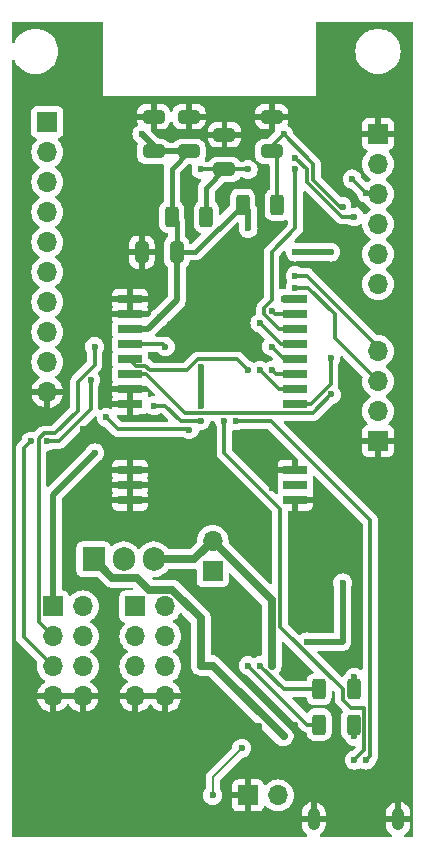
<source format=gbl>
%TF.GenerationSoftware,KiCad,Pcbnew,8.0.1*%
%TF.CreationDate,2024-03-25T00:20:22-03:00*%
%TF.ProjectId,estacao_metereologica_lora,65737461-6361-46f5-9f6d-65746572656f,rev?*%
%TF.SameCoordinates,Original*%
%TF.FileFunction,Copper,L2,Bot*%
%TF.FilePolarity,Positive*%
%FSLAX46Y46*%
G04 Gerber Fmt 4.6, Leading zero omitted, Abs format (unit mm)*
G04 Created by KiCad (PCBNEW 8.0.1) date 2024-03-25 00:20:22*
%MOMM*%
%LPD*%
G01*
G04 APERTURE LIST*
G04 Aperture macros list*
%AMRoundRect*
0 Rectangle with rounded corners*
0 $1 Rounding radius*
0 $2 $3 $4 $5 $6 $7 $8 $9 X,Y pos of 4 corners*
0 Add a 4 corners polygon primitive as box body*
4,1,4,$2,$3,$4,$5,$6,$7,$8,$9,$2,$3,0*
0 Add four circle primitives for the rounded corners*
1,1,$1+$1,$2,$3*
1,1,$1+$1,$4,$5*
1,1,$1+$1,$6,$7*
1,1,$1+$1,$8,$9*
0 Add four rect primitives between the rounded corners*
20,1,$1+$1,$2,$3,$4,$5,0*
20,1,$1+$1,$4,$5,$6,$7,0*
20,1,$1+$1,$6,$7,$8,$9,0*
20,1,$1+$1,$8,$9,$2,$3,0*%
G04 Aperture macros list end*
%TA.AperFunction,ComponentPad*%
%ADD10R,1.700000X1.700000*%
%TD*%
%TA.AperFunction,ComponentPad*%
%ADD11O,1.700000X1.700000*%
%TD*%
%TA.AperFunction,ComponentPad*%
%ADD12O,1.050000X1.900000*%
%TD*%
%TA.AperFunction,ComponentPad*%
%ADD13R,1.905000X2.000000*%
%TD*%
%TA.AperFunction,ComponentPad*%
%ADD14O,1.905000X2.000000*%
%TD*%
%TA.AperFunction,SMDPad,CuDef*%
%ADD15RoundRect,0.250000X-0.650000X0.325000X-0.650000X-0.325000X0.650000X-0.325000X0.650000X0.325000X0*%
%TD*%
%TA.AperFunction,SMDPad,CuDef*%
%ADD16R,2.000000X0.800000*%
%TD*%
%TA.AperFunction,SMDPad,CuDef*%
%ADD17RoundRect,0.250000X0.312500X0.625000X-0.312500X0.625000X-0.312500X-0.625000X0.312500X-0.625000X0*%
%TD*%
%TA.AperFunction,SMDPad,CuDef*%
%ADD18RoundRect,0.250000X-0.312500X-0.625000X0.312500X-0.625000X0.312500X0.625000X-0.312500X0.625000X0*%
%TD*%
%TA.AperFunction,SMDPad,CuDef*%
%ADD19RoundRect,0.250000X-0.325000X-0.650000X0.325000X-0.650000X0.325000X0.650000X-0.325000X0.650000X0*%
%TD*%
%TA.AperFunction,SMDPad,CuDef*%
%ADD20RoundRect,0.250000X0.650000X-0.325000X0.650000X0.325000X-0.650000X0.325000X-0.650000X-0.325000X0*%
%TD*%
%TA.AperFunction,ViaPad*%
%ADD21C,0.600000*%
%TD*%
%TA.AperFunction,Conductor*%
%ADD22C,0.200000*%
%TD*%
%TA.AperFunction,Conductor*%
%ADD23C,0.300000*%
%TD*%
%TA.AperFunction,Conductor*%
%ADD24C,0.500000*%
%TD*%
%TA.AperFunction,Conductor*%
%ADD25C,0.400000*%
%TD*%
%TA.AperFunction,Conductor*%
%ADD26C,0.700000*%
%TD*%
%ADD27C,0.300000*%
%ADD28C,0.350000*%
%ADD29O,0.450000X1.250000*%
G04 APERTURE END LIST*
D10*
%TO.P,J1,1,Pin_1*%
%TO.N,GND*%
X111000000Y-114000000D03*
D11*
%TO.P,J1,2,Pin_2*%
%TO.N,+5V*%
X113540000Y-114000000D03*
%TD*%
D12*
%TO.P,J2,6,Shield*%
%TO.N,GND*%
X116550000Y-116000000D03*
X123700000Y-116000000D03*
%TD*%
D13*
%TO.P,Q2,1,G*%
%TO.N,+5V*%
X97920000Y-94000000D03*
D14*
%TO.P,Q2,2,D*%
%TO.N,Net-(D3-K)*%
X100460000Y-94000000D03*
%TO.P,Q2,3,S*%
%TO.N,/BATERY*%
X103000000Y-94000000D03*
%TD*%
D10*
%TO.P,J3,1,Pin_1*%
%TO.N,/BATERY_N*%
X108000000Y-95000000D03*
D11*
%TO.P,J3,2,Pin_2*%
%TO.N,/BATERY*%
X108000000Y-92460000D03*
%TD*%
D10*
%TO.P,J5,1,Pin_1*%
%TO.N,+3.3V*%
X94000000Y-57000000D03*
D11*
%TO.P,J5,2,Pin_2*%
%TO.N,/ADC_0*%
X94000000Y-59540000D03*
%TO.P,J5,3,Pin_3*%
%TO.N,/ADC_1*%
X94000000Y-62080000D03*
%TO.P,J5,4,Pin_4*%
%TO.N,/ADC_2*%
X94000000Y-64620000D03*
%TO.P,J5,5,Pin_5*%
%TO.N,/ADC_3*%
X94000000Y-67160000D03*
%TO.P,J5,6,Pin_6*%
%TO.N,/ADC_4*%
X94000000Y-69700000D03*
%TO.P,J5,7,Pin_7*%
%TO.N,/ADC_5*%
X94000000Y-72240000D03*
%TO.P,J5,8,Pin_8*%
%TO.N,/DAC1*%
X94000000Y-74780000D03*
%TO.P,J5,9,Pin_9*%
%TO.N,/DAC2*%
X94000000Y-77320000D03*
%TO.P,J5,10,Pin_10*%
%TO.N,GND*%
X94000000Y-79860000D03*
%TD*%
D10*
%TO.P,J6,1,Pin_1*%
%TO.N,+3.3V*%
X101460000Y-98000000D03*
D11*
%TO.P,J6,2,Pin_2*%
X104000000Y-98000000D03*
%TO.P,J6,3,Pin_3*%
%TO.N,/SDA*%
X101460000Y-100540000D03*
%TO.P,J6,4,Pin_4*%
X104000000Y-100540000D03*
%TO.P,J6,5,Pin_5*%
%TO.N,/SCL*%
X101460000Y-103080000D03*
%TO.P,J6,6,Pin_6*%
X104000000Y-103080000D03*
%TO.P,J6,7,Pin_7*%
%TO.N,GND*%
X101460000Y-105620000D03*
%TO.P,J6,8,Pin_8*%
X104000000Y-105620000D03*
%TD*%
D10*
%TO.P,J10,1,Pin_1*%
%TO.N,GND*%
X122000000Y-58000000D03*
D11*
%TO.P,J10,2,Pin_2*%
%TO.N,/TX*%
X122000000Y-60540000D03*
%TO.P,J10,3,Pin_3*%
%TO.N,/RX*%
X122000000Y-63080000D03*
%TO.P,J10,4,Pin_4*%
%TO.N,/gpio_00*%
X122000000Y-65620000D03*
%TO.P,J10,5,Pin_5*%
%TO.N,/reset*%
X122000000Y-68160000D03*
%TO.P,J10,6,Pin_6*%
%TO.N,+3.3V*%
X122000000Y-70700000D03*
%TD*%
D10*
%TO.P,J4,1,Pin_1*%
%TO.N,+3.3V*%
X94460000Y-98000000D03*
D11*
%TO.P,J4,2,Pin_2*%
X97000000Y-98000000D03*
%TO.P,J4,3,Pin_3*%
%TO.N,/SDA*%
X94460000Y-100540000D03*
%TO.P,J4,4,Pin_4*%
X97000000Y-100540000D03*
%TO.P,J4,5,Pin_5*%
%TO.N,/SCL*%
X94460000Y-103080000D03*
%TO.P,J4,6,Pin_6*%
X97000000Y-103080000D03*
%TO.P,J4,7,Pin_7*%
%TO.N,GND*%
X94460000Y-105620000D03*
%TO.P,J4,8,Pin_8*%
X97000000Y-105620000D03*
%TD*%
D10*
%TO.P,J9,1,Pin_1*%
%TO.N,GND*%
X122000000Y-84000000D03*
D11*
%TO.P,J9,2,Pin_2*%
%TO.N,+3.3V*%
X122000000Y-81460000D03*
%TO.P,J9,3,Pin_3*%
%TO.N,/DISPLAY_SCL*%
X122000000Y-78920000D03*
%TO.P,J9,4,Pin_4*%
%TO.N,/DISPLAY_SDA*%
X122000000Y-76380000D03*
%TD*%
D15*
%TO.P,C1,1*%
%TO.N,GND*%
X106000000Y-56525000D03*
%TO.P,C1,2*%
%TO.N,+3.3V*%
X106000000Y-59475000D03*
%TD*%
D16*
%TO.P,IC1,1,GND*%
%TO.N,GND*%
X101000000Y-89000000D03*
%TO.P,IC1,2,GND*%
X101000000Y-87730000D03*
%TO.P,IC1,3,GND*%
X101000000Y-86460000D03*
%TO.P,IC1,4,GND*%
X101000000Y-80890000D03*
%TO.P,IC1,5,GND*%
X101000000Y-79620000D03*
%TO.P,IC1,6,RXEN*%
%TO.N,/RXEN*%
X101000000Y-78350000D03*
%TO.P,IC1,7,TXEN*%
%TO.N,/TXEN*%
X101000000Y-77080000D03*
%TO.P,IC1,8,DIO2*%
%TO.N,/DIO2*%
X101000000Y-75810000D03*
%TO.P,IC1,9,VCC*%
%TO.N,+3.3V*%
X101000000Y-74540000D03*
%TO.P,IC1,10,GND*%
%TO.N,GND*%
X101000000Y-73270000D03*
%TO.P,IC1,11,GND*%
X101000000Y-72000000D03*
%TO.P,IC1,12,GND*%
X115000000Y-72000000D03*
%TO.P,IC1,13,DIO1*%
%TO.N,/DIO1*%
X115000000Y-73270000D03*
%TO.P,IC1,14,BUSY*%
%TO.N,/BUSY*%
X115000000Y-74540000D03*
%TO.P,IC1,15,NRST*%
%TO.N,/RST*%
X115000000Y-75810000D03*
%TO.P,IC1,16,MISO*%
%TO.N,/MISO*%
X115000000Y-77080000D03*
%TO.P,IC1,17,MOSI*%
%TO.N,/MOSI*%
X115000000Y-78350000D03*
%TO.P,IC1,18,SCK*%
%TO.N,/SCLK*%
X115000000Y-79620000D03*
%TO.P,IC1,19,NSS*%
%TO.N,/NSS*%
X115000000Y-80890000D03*
%TO.P,IC1,20,GND*%
%TO.N,GND*%
X115000000Y-86460000D03*
%TO.P,IC1,21,ANT*%
%TO.N,unconnected-(IC1-ANT-Pad21)*%
X115000000Y-87730000D03*
%TO.P,IC1,22,GND*%
%TO.N,GND*%
X115000000Y-89000000D03*
%TD*%
D17*
%TO.P,R9,1*%
%TO.N,/reset*%
X113462500Y-64000000D03*
%TO.P,R9,2*%
%TO.N,+3.3V*%
X110537500Y-64000000D03*
%TD*%
D18*
%TO.P,R3,1*%
%TO.N,Net-(U2-~{CHRG})*%
X117000000Y-108000000D03*
%TO.P,R3,2*%
%TO.N,Net-(D2-K)*%
X119925000Y-108000000D03*
%TD*%
D19*
%TO.P,C10,1*%
%TO.N,GND*%
X102000000Y-68000000D03*
%TO.P,C10,2*%
%TO.N,+3.3V*%
X104950000Y-68000000D03*
%TD*%
D18*
%TO.P,R2,1*%
%TO.N,Net-(U2-~{STDBY})*%
X117000000Y-105000000D03*
%TO.P,R2,2*%
%TO.N,Net-(D1-K)*%
X119925000Y-105000000D03*
%TD*%
D17*
%TO.P,R10,1*%
%TO.N,/gpio_00*%
X107462500Y-65000000D03*
%TO.P,R10,2*%
%TO.N,+3.3V*%
X104537500Y-65000000D03*
%TD*%
D20*
%TO.P,C9,1*%
%TO.N,/gpio_00*%
X109000000Y-61000000D03*
%TO.P,C9,2*%
%TO.N,GND*%
X109000000Y-58050000D03*
%TD*%
D15*
%TO.P,C3,1*%
%TO.N,GND*%
X103000000Y-56525000D03*
%TO.P,C3,2*%
%TO.N,+3.3V*%
X103000000Y-59475000D03*
%TD*%
D20*
%TO.P,C7,1*%
%TO.N,/reset*%
X113000000Y-59475000D03*
%TO.P,C7,2*%
%TO.N,GND*%
X113000000Y-56525000D03*
%TD*%
D21*
%TO.N,Net-(U2-PROG)*%
X108000000Y-114000000D03*
X110460000Y-110000000D03*
%TO.N,GND*%
X107000000Y-111000000D03*
X118000000Y-89000000D03*
X119000000Y-86000000D03*
X111000000Y-72000000D03*
X110000000Y-103000000D03*
X107000000Y-90000000D03*
X95000000Y-85000000D03*
X102000000Y-82000000D03*
X115000000Y-108000000D03*
X106000000Y-75000000D03*
X120000000Y-64000000D03*
X114000000Y-72000000D03*
X107000000Y-70000000D03*
X116000000Y-99000000D03*
X104000000Y-90500000D03*
X97000000Y-62000000D03*
X97000000Y-59000000D03*
X100000000Y-112000000D03*
X106000000Y-61000000D03*
X97000000Y-89000000D03*
X113000000Y-88000000D03*
X96000000Y-67000000D03*
X96000000Y-73000000D03*
X112000000Y-111000000D03*
X104000000Y-87075000D03*
X97000000Y-83000000D03*
X92000000Y-54500000D03*
X103000000Y-84000000D03*
X112000000Y-112000000D03*
X106000000Y-88000000D03*
X116000000Y-112000000D03*
X111000000Y-90000000D03*
X93349239Y-81288578D03*
X105000000Y-77000000D03*
X102000000Y-63000000D03*
X92000000Y-82500000D03*
X115000000Y-103000000D03*
X119000000Y-67000000D03*
X109000000Y-68000000D03*
X107000000Y-106000000D03*
X122000000Y-73000000D03*
X102000000Y-108000000D03*
%TO.N,+3.3V*%
X107000000Y-80990000D03*
X115000000Y-68000000D03*
X103520000Y-73520000D03*
X98000000Y-85000000D03*
X118000000Y-68000000D03*
X111000000Y-66000000D03*
X102000000Y-58000000D03*
X107000000Y-77730000D03*
%TO.N,+5V*%
X114000000Y-109000000D03*
X107000000Y-103000000D03*
%TO.N,/BATERY*%
X113000000Y-103000000D03*
%TO.N,/reset*%
X114000000Y-58000000D03*
X119000000Y-64150000D03*
%TO.N,/gpio_00*%
X120000000Y-65000000D03*
X115000000Y-60000000D03*
X107000000Y-61000000D03*
X111000000Y-61000000D03*
%TO.N,Net-(D1-K)*%
X120000000Y-104000000D03*
%TO.N,Net-(D2-K)*%
X120000000Y-109000000D03*
%TO.N,/BUSY*%
X115000000Y-61000000D03*
%TO.N,/MISO*%
X113000000Y-76000000D03*
%TO.N,/RXEN*%
X118054620Y-80054620D03*
%TO.N,/DIO1*%
X113000000Y-73000000D03*
%TO.N,/DIO2*%
X104000000Y-76000000D03*
%TO.N,/MOSI*%
X113000000Y-78000000D03*
%TO.N,/NSS*%
X118000000Y-77000000D03*
%TO.N,/TXEN*%
X111000000Y-78000000D03*
%TO.N,/RST*%
X112000000Y-74000000D03*
%TO.N,/SCLK*%
X112000000Y-78000000D03*
%TO.N,/USB_D+*%
X121000000Y-111000000D03*
X110000000Y-82290000D03*
%TO.N,/USB_D-*%
X120000000Y-111000000D03*
X109000000Y-82290000D03*
%TO.N,/SDA*%
X98000000Y-76000000D03*
%TO.N,/SCL*%
X97676298Y-78800000D03*
X94000000Y-84000000D03*
X92610000Y-84000000D03*
%TO.N,/DISPLAY_SDA*%
X115000000Y-70000000D03*
%TO.N,/DISPLAY_SCL*%
X115000000Y-71000000D03*
%TO.N,/RX*%
X119810380Y-61810380D03*
X121000000Y-63000000D03*
%TO.N,Net-(U3-OC)*%
X119000000Y-96000000D03*
X116000000Y-101000000D03*
%TO.N,Net-(U2-~{STDBY})*%
X112000000Y-103000000D03*
%TO.N,Net-(U2-~{CHRG})*%
X111000000Y-103000000D03*
%TO.N,/BTN1*%
X106025331Y-83025331D03*
X99000000Y-82000000D03*
%TO.N,/BTN2*%
X103000000Y-81000000D03*
X107000000Y-82290000D03*
%TD*%
D22*
%TO.N,Net-(U2-PROG)*%
X108000000Y-112460000D02*
X110460000Y-110000000D01*
X108000000Y-114000000D02*
X108000000Y-112460000D01*
D23*
%TO.N,GND*%
X112000000Y-111000000D02*
X112000000Y-108000000D01*
X112000000Y-108000000D02*
X110000000Y-108000000D01*
X112000000Y-111000000D02*
X112000000Y-112000000D01*
X110000000Y-108000000D02*
X107000000Y-111000000D01*
D24*
%TO.N,+3.3V*%
X111000000Y-66000000D02*
X111000000Y-64462500D01*
D25*
X104537500Y-60937500D02*
X106000000Y-59475000D01*
D24*
X101000000Y-74540000D02*
X102500000Y-74540000D01*
D25*
X106537500Y-68000000D02*
X110537500Y-64000000D01*
X104537500Y-65000000D02*
X104537500Y-60937500D01*
D24*
X102500000Y-74540000D02*
X103520000Y-73520000D01*
X118000000Y-68000000D02*
X115000000Y-68000000D01*
X98000000Y-85000000D02*
X94460000Y-88540000D01*
X103000000Y-59475000D02*
X106000000Y-59475000D01*
D25*
X104950000Y-68000000D02*
X106537500Y-68000000D01*
D24*
X107000000Y-80990000D02*
X107000000Y-77730000D01*
X103520000Y-73520000D02*
X104950000Y-72090000D01*
D25*
X104950000Y-65412500D02*
X104537500Y-65000000D01*
D24*
X103000000Y-59000000D02*
X102000000Y-58000000D01*
X104950000Y-72090000D02*
X104950000Y-68000000D01*
D25*
X104950000Y-68000000D02*
X104950000Y-65412500D01*
D24*
X94460000Y-88540000D02*
X94460000Y-98000000D01*
X103000000Y-59475000D02*
X103000000Y-59000000D01*
X111000000Y-64462500D02*
X110537500Y-64000000D01*
D26*
%TO.N,+5V*%
X114000000Y-109000000D02*
X108000000Y-103000000D01*
X108000000Y-103000000D02*
X107000000Y-103000000D01*
X107000000Y-103000000D02*
X107000000Y-99020101D01*
X101550000Y-95550000D02*
X99470000Y-95550000D01*
X102600000Y-96600000D02*
X101550000Y-95550000D01*
X107000000Y-99020101D02*
X104579899Y-96600000D01*
X104579899Y-96600000D02*
X102600000Y-96600000D01*
X99470000Y-95550000D02*
X97920000Y-94000000D01*
%TO.N,/BATERY*%
X113000000Y-103000000D02*
X113000000Y-97460000D01*
X103000000Y-94000000D02*
X106460000Y-94000000D01*
X106460000Y-94000000D02*
X108000000Y-92460000D01*
X113000000Y-97460000D02*
X108000000Y-92460000D01*
D23*
%TO.N,/reset*%
X116500000Y-60500000D02*
X114000000Y-58000000D01*
X113000000Y-59475000D02*
X113000000Y-59000000D01*
X118787867Y-64150000D02*
X116500000Y-61862133D01*
X113000000Y-59000000D02*
X114000000Y-58000000D01*
X119000000Y-64150000D02*
X118787867Y-64150000D01*
X113462500Y-59937500D02*
X113000000Y-59475000D01*
X113462500Y-64000000D02*
X113462500Y-59937500D01*
X116500000Y-61862133D02*
X116500000Y-60500000D01*
D25*
%TO.N,/gpio_00*%
X107462500Y-62537500D02*
X109000000Y-61000000D01*
D23*
X116000000Y-62069239D02*
X116000000Y-61000000D01*
X116000000Y-61000000D02*
X115000000Y-60000000D01*
X111000000Y-61000000D02*
X109000000Y-61000000D01*
D25*
X107462500Y-65000000D02*
X107462500Y-62537500D01*
D23*
X107000000Y-61000000D02*
X109000000Y-61000000D01*
X118930761Y-65000000D02*
X116000000Y-62069239D01*
X120000000Y-65000000D02*
X118930761Y-65000000D01*
%TO.N,Net-(D1-K)*%
X120000000Y-104925000D02*
X119925000Y-105000000D01*
X120000000Y-104000000D02*
X120000000Y-104925000D01*
%TO.N,Net-(D2-K)*%
X120000000Y-108075000D02*
X119925000Y-108000000D01*
X120000000Y-109000000D02*
X120000000Y-108075000D01*
%TO.N,/BUSY*%
X115000000Y-66000000D02*
X115000000Y-61000000D01*
X113000000Y-68000000D02*
X115000000Y-66000000D01*
X113620761Y-74540000D02*
X112350000Y-73269239D01*
X112350000Y-73269239D02*
X112350000Y-72730761D01*
X112350000Y-72730761D02*
X113000000Y-72080761D01*
X115000000Y-74540000D02*
X113620761Y-74540000D01*
X113000000Y-72080761D02*
X113000000Y-68000000D01*
%TO.N,/MISO*%
X115000000Y-77080000D02*
X114080000Y-77080000D01*
X114080000Y-77080000D02*
X113000000Y-76000000D01*
%TO.N,/RXEN*%
X102350000Y-78350000D02*
X105640000Y-81640000D01*
X116469240Y-81640000D02*
X118054620Y-80054620D01*
X101000000Y-78350000D02*
X102350000Y-78350000D01*
X105640000Y-81640000D02*
X116469240Y-81640000D01*
%TO.N,/DIO1*%
X113270000Y-73270000D02*
X113000000Y-73000000D01*
X115000000Y-73270000D02*
X113270000Y-73270000D01*
%TO.N,/DIO2*%
X104000000Y-76000000D02*
X103810000Y-75810000D01*
X103810000Y-75810000D02*
X101000000Y-75810000D01*
%TO.N,/MOSI*%
X115000000Y-78350000D02*
X113350000Y-78350000D01*
X113350000Y-78350000D02*
X113000000Y-78000000D01*
%TO.N,/NSS*%
X115000000Y-80890000D02*
X116300000Y-80890000D01*
X116300000Y-80890000D02*
X118000000Y-79190000D01*
X118000000Y-79190000D02*
X118000000Y-77000000D01*
%TO.N,/TXEN*%
X101520000Y-77600000D02*
X102307106Y-77600000D01*
X105810761Y-78000000D02*
X106730761Y-77080000D01*
X106730761Y-77080000D02*
X110080000Y-77080000D01*
X102707106Y-78000000D02*
X105810761Y-78000000D01*
X102307106Y-77600000D02*
X102707106Y-78000000D01*
X101000000Y-77080000D02*
X101520000Y-77600000D01*
X110080000Y-77080000D02*
X111000000Y-78000000D01*
%TO.N,/RST*%
X113810000Y-75810000D02*
X112000000Y-74000000D01*
X115000000Y-75810000D02*
X113810000Y-75810000D01*
%TO.N,/SCLK*%
X115000000Y-79620000D02*
X113620000Y-79620000D01*
X113620000Y-79620000D02*
X112000000Y-78000000D01*
%TO.N,/USB_D+*%
X110000000Y-82290000D02*
X112930000Y-82290000D01*
X121337500Y-110662500D02*
X121000000Y-111000000D01*
X121337500Y-90697500D02*
X121337500Y-110662500D01*
X112930000Y-82290000D02*
X121337500Y-90697500D01*
%TO.N,/USB_D-*%
X120000000Y-111000000D02*
X120837500Y-110162500D01*
X119012500Y-105880456D02*
X119012500Y-105012500D01*
X120837500Y-106569544D02*
X119701588Y-106569544D01*
X109000000Y-85050000D02*
X109000000Y-82290000D01*
X120837500Y-110162500D02*
X120837500Y-106569544D01*
X113700000Y-89750000D02*
X109000000Y-85050000D01*
X119012500Y-105012500D02*
X113700000Y-99700000D01*
X113700000Y-99700000D02*
X113700000Y-89750000D01*
X119701588Y-106569544D02*
X119012500Y-105880456D01*
%TO.N,/SDA*%
X98000000Y-77557058D02*
X96588149Y-78968909D01*
X98000000Y-76000000D02*
X98000000Y-77557058D01*
X96588149Y-78968909D02*
X96588149Y-81411851D01*
X96588149Y-81411851D02*
X94650000Y-83350000D01*
X93260000Y-83820761D02*
X93260000Y-99340000D01*
X93260000Y-99340000D02*
X94460000Y-100540000D01*
X94650000Y-83350000D02*
X93730761Y-83350000D01*
X93730761Y-83350000D02*
X93260000Y-83820761D01*
%TO.N,/SCL*%
X92000000Y-84610000D02*
X92000000Y-100620000D01*
X97676298Y-81323702D02*
X95000000Y-84000000D01*
X95000000Y-84000000D02*
X94000000Y-84000000D01*
X97676298Y-78800000D02*
X97676298Y-81323702D01*
X92000000Y-100620000D02*
X94460000Y-103080000D01*
X92610000Y-84000000D02*
X92000000Y-84610000D01*
%TO.N,/DISPLAY_SDA*%
X116000000Y-70000000D02*
X122000000Y-76000000D01*
X122000000Y-76000000D02*
X122000000Y-76380000D01*
X115000000Y-70000000D02*
X116000000Y-70000000D01*
%TO.N,/DISPLAY_SCL*%
X118317057Y-75237057D02*
X122000000Y-78920000D01*
X118317057Y-73217057D02*
X118317057Y-75237057D01*
X116100000Y-71000000D02*
X118317057Y-73217057D01*
X115000000Y-71000000D02*
X116100000Y-71000000D01*
%TO.N,/RX*%
X121000000Y-63000000D02*
X119810380Y-61810380D01*
D24*
%TO.N,Net-(U3-OC)*%
X119000000Y-101000000D02*
X116000000Y-101000000D01*
X119000000Y-96000000D02*
X119000000Y-101000000D01*
D23*
%TO.N,Net-(U2-~{STDBY})*%
X117000000Y-105000000D02*
X114000000Y-105000000D01*
X114000000Y-105000000D02*
X112000000Y-103000000D01*
%TO.N,Net-(U2-~{CHRG})*%
X116000000Y-108000000D02*
X111000000Y-103000000D01*
X117000000Y-108000000D02*
X116000000Y-108000000D01*
%TO.N,/BTN1*%
X100000000Y-83000000D02*
X99000000Y-82000000D01*
X106025331Y-83025331D02*
X106000000Y-83000000D01*
X106000000Y-83000000D02*
X100000000Y-83000000D01*
%TO.N,/BTN2*%
X105290000Y-82290000D02*
X104000000Y-81000000D01*
X107000000Y-82290000D02*
X105290000Y-82290000D01*
X104000000Y-81000000D02*
X103000000Y-81000000D01*
%TD*%
%TA.AperFunction,Conductor*%
%TO.N,GND*%
G36*
X96534075Y-105427007D02*
G01*
X96500000Y-105554174D01*
X96500000Y-105685826D01*
X96534075Y-105812993D01*
X96566988Y-105870000D01*
X94893012Y-105870000D01*
X94925925Y-105812993D01*
X94960000Y-105685826D01*
X94960000Y-105554174D01*
X94925925Y-105427007D01*
X94893012Y-105370000D01*
X96566988Y-105370000D01*
X96534075Y-105427007D01*
G37*
%TD.AperFunction*%
%TA.AperFunction,Conductor*%
G36*
X103534075Y-105427007D02*
G01*
X103500000Y-105554174D01*
X103500000Y-105685826D01*
X103534075Y-105812993D01*
X103566988Y-105870000D01*
X101893012Y-105870000D01*
X101925925Y-105812993D01*
X101960000Y-105685826D01*
X101960000Y-105554174D01*
X101925925Y-105427007D01*
X101893012Y-105370000D01*
X103566988Y-105370000D01*
X103534075Y-105427007D01*
G37*
%TD.AperFunction*%
%TA.AperFunction,Conductor*%
G36*
X114055703Y-100976095D02*
G01*
X114062181Y-100982127D01*
X116528014Y-103447960D01*
X116561499Y-103509283D01*
X116556515Y-103578975D01*
X116514643Y-103634908D01*
X116479338Y-103653347D01*
X116368166Y-103690186D01*
X116368163Y-103690187D01*
X116218842Y-103782289D01*
X116094789Y-103906342D01*
X116002687Y-104055663D01*
X116002685Y-104055668D01*
X115947501Y-104222204D01*
X115947500Y-104222205D01*
X115945877Y-104238101D01*
X115919482Y-104302793D01*
X115862302Y-104342945D01*
X115822519Y-104349500D01*
X114320807Y-104349500D01*
X114253768Y-104329815D01*
X114233126Y-104313181D01*
X113649047Y-103729102D01*
X113615562Y-103667779D01*
X113620546Y-103598087D01*
X113649048Y-103553739D01*
X113660626Y-103542162D01*
X113753703Y-103402863D01*
X113817816Y-103248082D01*
X113850500Y-103083767D01*
X113850500Y-101069808D01*
X113870185Y-101002769D01*
X113922989Y-100957014D01*
X113992147Y-100947070D01*
X114055703Y-100976095D01*
G37*
%TD.AperFunction*%
%TA.AperFunction,Conductor*%
G36*
X116654435Y-86941483D02*
G01*
X116682688Y-86962634D01*
X120650681Y-90930627D01*
X120684166Y-90991950D01*
X120687000Y-91018308D01*
X120687000Y-103261901D01*
X120667315Y-103328940D01*
X120614511Y-103374695D01*
X120545353Y-103384639D01*
X120497028Y-103366895D01*
X120349523Y-103274211D01*
X120179254Y-103214631D01*
X120179249Y-103214630D01*
X120000004Y-103194435D01*
X119999996Y-103194435D01*
X119820750Y-103214630D01*
X119820745Y-103214631D01*
X119650476Y-103274211D01*
X119497737Y-103370184D01*
X119370184Y-103497737D01*
X119274212Y-103650475D01*
X119274210Y-103650480D01*
X119265796Y-103674524D01*
X119225073Y-103731299D01*
X119213854Y-103739104D01*
X119143844Y-103782287D01*
X119143843Y-103782288D01*
X119014681Y-103911451D01*
X119013492Y-103910262D01*
X118963719Y-103945490D01*
X118893919Y-103948613D01*
X118835820Y-103915874D01*
X116882127Y-101962181D01*
X116848642Y-101900858D01*
X116853626Y-101831166D01*
X116895498Y-101775233D01*
X116960962Y-101750816D01*
X116969808Y-101750500D01*
X119073920Y-101750500D01*
X119171462Y-101731096D01*
X119218913Y-101721658D01*
X119355495Y-101665084D01*
X119478416Y-101582951D01*
X119582951Y-101478416D01*
X119665084Y-101355495D01*
X119721658Y-101218913D01*
X119750500Y-101073918D01*
X119750500Y-96299972D01*
X119757458Y-96259017D01*
X119774390Y-96210627D01*
X119785368Y-96179255D01*
X119790908Y-96130087D01*
X119805565Y-96000003D01*
X119805565Y-95999996D01*
X119785369Y-95820750D01*
X119785368Y-95820745D01*
X119725789Y-95650478D01*
X119629816Y-95497738D01*
X119502262Y-95370184D01*
X119482146Y-95357544D01*
X119349523Y-95274211D01*
X119179254Y-95214631D01*
X119179249Y-95214630D01*
X119000004Y-95194435D01*
X118999996Y-95194435D01*
X118820750Y-95214630D01*
X118820745Y-95214631D01*
X118650476Y-95274211D01*
X118497737Y-95370184D01*
X118370184Y-95497737D01*
X118274211Y-95650476D01*
X118214631Y-95820745D01*
X118214630Y-95820750D01*
X118194435Y-95999996D01*
X118194435Y-96000003D01*
X118214630Y-96179249D01*
X118214631Y-96179254D01*
X118242542Y-96259017D01*
X118249500Y-96299972D01*
X118249500Y-100125500D01*
X118229815Y-100192539D01*
X118177011Y-100238294D01*
X118125500Y-100249500D01*
X116299972Y-100249500D01*
X116259017Y-100242542D01*
X116179254Y-100214631D01*
X116179249Y-100214630D01*
X116000004Y-100194435D01*
X115999996Y-100194435D01*
X115820750Y-100214630D01*
X115820745Y-100214631D01*
X115650476Y-100274211D01*
X115497737Y-100370184D01*
X115481615Y-100386307D01*
X115420292Y-100419792D01*
X115350600Y-100414808D01*
X115306253Y-100386307D01*
X114386819Y-99466873D01*
X114353334Y-99405550D01*
X114350500Y-99379192D01*
X114350500Y-90024000D01*
X114370185Y-89956961D01*
X114422989Y-89911206D01*
X114474500Y-89900000D01*
X114750000Y-89900000D01*
X114750000Y-89250000D01*
X115250000Y-89250000D01*
X115250000Y-89900000D01*
X116047828Y-89900000D01*
X116047844Y-89899999D01*
X116107372Y-89893598D01*
X116107379Y-89893596D01*
X116242086Y-89843354D01*
X116242093Y-89843350D01*
X116357187Y-89757190D01*
X116357190Y-89757187D01*
X116443350Y-89642093D01*
X116443354Y-89642086D01*
X116493596Y-89507379D01*
X116493598Y-89507372D01*
X116499999Y-89447844D01*
X116500000Y-89447827D01*
X116500000Y-89250000D01*
X115250000Y-89250000D01*
X114750000Y-89250000D01*
X114750000Y-88874000D01*
X114769685Y-88806961D01*
X114822489Y-88761206D01*
X114874000Y-88750000D01*
X116500000Y-88750000D01*
X116500000Y-88552172D01*
X116499999Y-88552155D01*
X116493598Y-88492623D01*
X116462425Y-88409047D01*
X116457441Y-88339356D01*
X116462418Y-88322402D01*
X116494091Y-88237483D01*
X116500500Y-88177873D01*
X116500499Y-87282128D01*
X116494091Y-87222517D01*
X116462424Y-87137615D01*
X116457441Y-87067926D01*
X116462426Y-87050949D01*
X116478826Y-87006980D01*
X116520697Y-86951047D01*
X116586162Y-86926631D01*
X116654435Y-86941483D01*
G37*
%TD.AperFunction*%
%TA.AperFunction,Conductor*%
G36*
X112676231Y-82960185D02*
G01*
X112696873Y-82976819D01*
X115213681Y-85493627D01*
X115247166Y-85554950D01*
X115250000Y-85581308D01*
X115250000Y-86586000D01*
X115230315Y-86653039D01*
X115177511Y-86698794D01*
X115126000Y-86710000D01*
X113500000Y-86710000D01*
X113500000Y-86907844D01*
X113506401Y-86967372D01*
X113506403Y-86967382D01*
X113537573Y-87050953D01*
X113542557Y-87120644D01*
X113537573Y-87137617D01*
X113505909Y-87222514D01*
X113505908Y-87222516D01*
X113499501Y-87282116D01*
X113499501Y-87282123D01*
X113499500Y-87282135D01*
X113499500Y-88177870D01*
X113499501Y-88177876D01*
X113505909Y-88237484D01*
X113537573Y-88322382D01*
X113542557Y-88392073D01*
X113537572Y-88409051D01*
X113534755Y-88416603D01*
X113492882Y-88472535D01*
X113427416Y-88496950D01*
X113359144Y-88482096D01*
X113330893Y-88460947D01*
X111079946Y-86210000D01*
X113500000Y-86210000D01*
X114750000Y-86210000D01*
X114750000Y-85560000D01*
X113952155Y-85560000D01*
X113892627Y-85566401D01*
X113892620Y-85566403D01*
X113757913Y-85616645D01*
X113757906Y-85616649D01*
X113642812Y-85702809D01*
X113642809Y-85702812D01*
X113556649Y-85817906D01*
X113556645Y-85817913D01*
X113506403Y-85952620D01*
X113506401Y-85952627D01*
X113500000Y-86012155D01*
X113500000Y-86210000D01*
X111079946Y-86210000D01*
X109686819Y-84816873D01*
X109653334Y-84755550D01*
X109650500Y-84729192D01*
X109650500Y-83190557D01*
X109670185Y-83123518D01*
X109722989Y-83077763D01*
X109792147Y-83067819D01*
X109815446Y-83073513D01*
X109820745Y-83075368D01*
X109820752Y-83075368D01*
X109820753Y-83075369D01*
X109999996Y-83095565D01*
X110000000Y-83095565D01*
X110000004Y-83095565D01*
X110179249Y-83075369D01*
X110179251Y-83075368D01*
X110179255Y-83075368D01*
X110179258Y-83075366D01*
X110179262Y-83075366D01*
X110272843Y-83042620D01*
X110349522Y-83015789D01*
X110439096Y-82959505D01*
X110505068Y-82940500D01*
X112609192Y-82940500D01*
X112676231Y-82960185D01*
G37*
%TD.AperFunction*%
%TA.AperFunction,Conductor*%
G36*
X106201472Y-60570184D02*
G01*
X106247227Y-60622988D01*
X106257171Y-60692146D01*
X106251475Y-60715454D01*
X106214631Y-60820745D01*
X106214630Y-60820750D01*
X106194435Y-60999996D01*
X106194435Y-61000003D01*
X106214630Y-61179249D01*
X106214631Y-61179254D01*
X106274211Y-61349523D01*
X106370184Y-61502262D01*
X106497738Y-61629816D01*
X106550039Y-61662679D01*
X106631771Y-61714035D01*
X106650478Y-61725789D01*
X106756827Y-61763002D01*
X106820745Y-61785368D01*
X106820750Y-61785369D01*
X106927271Y-61797371D01*
X106991685Y-61824437D01*
X107031240Y-61882032D01*
X107033378Y-61951869D01*
X107001070Y-62008272D01*
X106918386Y-62090956D01*
X106841722Y-62205692D01*
X106788921Y-62333167D01*
X106788918Y-62333179D01*
X106763551Y-62460710D01*
X106763550Y-62460717D01*
X106762000Y-62468507D01*
X106762000Y-63663331D01*
X106742315Y-63730370D01*
X106703100Y-63768868D01*
X106681343Y-63782288D01*
X106557289Y-63906342D01*
X106465187Y-64055663D01*
X106465186Y-64055666D01*
X106410001Y-64222203D01*
X106410001Y-64222204D01*
X106410000Y-64222204D01*
X106399500Y-64324983D01*
X106399500Y-65675001D01*
X106399501Y-65675018D01*
X106410000Y-65777796D01*
X106410001Y-65777799D01*
X106447181Y-65890000D01*
X106465186Y-65944334D01*
X106557288Y-66093656D01*
X106681344Y-66217712D01*
X106830666Y-66309814D01*
X106945060Y-66347720D01*
X107002503Y-66387491D01*
X107029326Y-66452007D01*
X107017011Y-66520783D01*
X106993735Y-66553106D01*
X106283662Y-67263181D01*
X106222339Y-67296666D01*
X106195981Y-67299500D01*
X106137163Y-67299500D01*
X106070124Y-67279815D01*
X106024369Y-67227011D01*
X106015911Y-67201459D01*
X106015000Y-67197207D01*
X106014424Y-67195468D01*
X105959814Y-67030666D01*
X105867712Y-66881344D01*
X105743656Y-66757288D01*
X105743653Y-66757285D01*
X105709401Y-66736158D01*
X105662678Y-66684210D01*
X105650500Y-66630621D01*
X105650500Y-65343506D01*
X105646856Y-65325187D01*
X105643462Y-65308127D01*
X105636185Y-65271545D01*
X105632024Y-65250622D01*
X105623580Y-65208172D01*
X105623578Y-65208167D01*
X105609938Y-65175236D01*
X105600499Y-65127784D01*
X105600499Y-64324998D01*
X105600498Y-64324981D01*
X105589999Y-64222203D01*
X105589998Y-64222200D01*
X105583180Y-64201626D01*
X105534814Y-64055666D01*
X105442712Y-63906344D01*
X105318656Y-63782288D01*
X105296900Y-63768868D01*
X105250177Y-63716918D01*
X105238000Y-63663331D01*
X105238000Y-61279017D01*
X105257685Y-61211978D01*
X105274315Y-61191340D01*
X105878837Y-60586817D01*
X105940160Y-60553333D01*
X105966518Y-60550499D01*
X106134433Y-60550499D01*
X106201472Y-60570184D01*
G37*
%TD.AperFunction*%
%TA.AperFunction,Conductor*%
G36*
X98693039Y-48520185D02*
G01*
X98738794Y-48572989D01*
X98750000Y-48624500D01*
X98750000Y-54800000D01*
X116750000Y-54800000D01*
X116750000Y-51000001D01*
X120080395Y-51000001D01*
X120099934Y-51273188D01*
X120099935Y-51273195D01*
X120157337Y-51537068D01*
X120158152Y-51540815D01*
X120253866Y-51797433D01*
X120253868Y-51797438D01*
X120385122Y-52037811D01*
X120385127Y-52037819D01*
X120549252Y-52257066D01*
X120549268Y-52257084D01*
X120742915Y-52450731D01*
X120742933Y-52450747D01*
X120962180Y-52614872D01*
X120962188Y-52614877D01*
X121202561Y-52746131D01*
X121202560Y-52746131D01*
X121202564Y-52746132D01*
X121202567Y-52746134D01*
X121459185Y-52841848D01*
X121726812Y-52900066D01*
X121980460Y-52918207D01*
X121999999Y-52919605D01*
X122000000Y-52919605D01*
X122000001Y-52919605D01*
X122018235Y-52918300D01*
X122273188Y-52900066D01*
X122540815Y-52841848D01*
X122797433Y-52746134D01*
X123037817Y-52614874D01*
X123257074Y-52450741D01*
X123450741Y-52257074D01*
X123614874Y-52037817D01*
X123746134Y-51797433D01*
X123841848Y-51540815D01*
X123900066Y-51273188D01*
X123919605Y-51000000D01*
X123900066Y-50726812D01*
X123841848Y-50459185D01*
X123746134Y-50202567D01*
X123741773Y-50194581D01*
X123614877Y-49962188D01*
X123614872Y-49962180D01*
X123450747Y-49742933D01*
X123450731Y-49742915D01*
X123257084Y-49549268D01*
X123257066Y-49549252D01*
X123037819Y-49385127D01*
X123037811Y-49385122D01*
X122797438Y-49253868D01*
X122797439Y-49253868D01*
X122747468Y-49235230D01*
X122540815Y-49158152D01*
X122540808Y-49158150D01*
X122540807Y-49158150D01*
X122273195Y-49099935D01*
X122273188Y-49099934D01*
X122000001Y-49080395D01*
X121999999Y-49080395D01*
X121726811Y-49099934D01*
X121726804Y-49099935D01*
X121459192Y-49158150D01*
X121459188Y-49158151D01*
X121459185Y-49158152D01*
X121274489Y-49227040D01*
X121202561Y-49253868D01*
X120962188Y-49385122D01*
X120962180Y-49385127D01*
X120742933Y-49549252D01*
X120742915Y-49549268D01*
X120549268Y-49742915D01*
X120549252Y-49742933D01*
X120385127Y-49962180D01*
X120385122Y-49962188D01*
X120253868Y-50202561D01*
X120251578Y-50208700D01*
X120158152Y-50459185D01*
X120158151Y-50459188D01*
X120158150Y-50459192D01*
X120099935Y-50726804D01*
X120099934Y-50726811D01*
X120080395Y-50999998D01*
X120080395Y-51000001D01*
X116750000Y-51000001D01*
X116750000Y-48624500D01*
X116769685Y-48557461D01*
X116822489Y-48511706D01*
X116874000Y-48500500D01*
X124875500Y-48500500D01*
X124942539Y-48520185D01*
X124988294Y-48572989D01*
X124999500Y-48624500D01*
X124999500Y-117375500D01*
X124979815Y-117442539D01*
X124927011Y-117488294D01*
X124875500Y-117499500D01*
X124345624Y-117499500D01*
X124278585Y-117479815D01*
X124232830Y-117427011D01*
X124222886Y-117357853D01*
X124251911Y-117294297D01*
X124276733Y-117272398D01*
X124353399Y-117221170D01*
X124353403Y-117221167D01*
X124496167Y-117078403D01*
X124496170Y-117078399D01*
X124608340Y-116910526D01*
X124608347Y-116910513D01*
X124685609Y-116723983D01*
X124685612Y-116723974D01*
X124724999Y-116525958D01*
X124725000Y-116525955D01*
X124725000Y-116250000D01*
X123925000Y-116250000D01*
X123925000Y-115555245D01*
X123890746Y-115472548D01*
X123827452Y-115409254D01*
X123744755Y-115375000D01*
X123655245Y-115375000D01*
X123572548Y-115409254D01*
X123509254Y-115472548D01*
X123475000Y-115555245D01*
X123475000Y-116250000D01*
X122675000Y-116250000D01*
X122675000Y-116525958D01*
X122714387Y-116723974D01*
X122714390Y-116723983D01*
X122791652Y-116910513D01*
X122791659Y-116910526D01*
X122903829Y-117078399D01*
X122903832Y-117078403D01*
X123046596Y-117221167D01*
X123046600Y-117221170D01*
X123123267Y-117272398D01*
X123168072Y-117326010D01*
X123176779Y-117395335D01*
X123146624Y-117458363D01*
X123087181Y-117495082D01*
X123054376Y-117499500D01*
X117195624Y-117499500D01*
X117128585Y-117479815D01*
X117082830Y-117427011D01*
X117072886Y-117357853D01*
X117101911Y-117294297D01*
X117126733Y-117272398D01*
X117203399Y-117221170D01*
X117203403Y-117221167D01*
X117346167Y-117078403D01*
X117346170Y-117078399D01*
X117458340Y-116910526D01*
X117458347Y-116910513D01*
X117535609Y-116723983D01*
X117535612Y-116723974D01*
X117574999Y-116525958D01*
X117575000Y-116525955D01*
X117575000Y-116250000D01*
X116775000Y-116250000D01*
X116775000Y-115555245D01*
X116740746Y-115472548D01*
X116677452Y-115409254D01*
X116594755Y-115375000D01*
X116505245Y-115375000D01*
X116422548Y-115409254D01*
X116359254Y-115472548D01*
X116325000Y-115555245D01*
X116325000Y-116250000D01*
X115525000Y-116250000D01*
X115525000Y-116525958D01*
X115564387Y-116723974D01*
X115564390Y-116723983D01*
X115641652Y-116910513D01*
X115641659Y-116910526D01*
X115753829Y-117078399D01*
X115753832Y-117078403D01*
X115896596Y-117221167D01*
X115896600Y-117221170D01*
X115973267Y-117272398D01*
X116018072Y-117326010D01*
X116026779Y-117395335D01*
X115996624Y-117458363D01*
X115937181Y-117495082D01*
X115904376Y-117499500D01*
X91124500Y-117499500D01*
X91057461Y-117479815D01*
X91011706Y-117427011D01*
X91000500Y-117375500D01*
X91000500Y-115750000D01*
X115525000Y-115750000D01*
X116300000Y-115750000D01*
X116300000Y-114579646D01*
X116299999Y-114579645D01*
X116800000Y-114579645D01*
X116800000Y-115750000D01*
X117575000Y-115750000D01*
X122675000Y-115750000D01*
X123450000Y-115750000D01*
X123450000Y-114579646D01*
X123449999Y-114579645D01*
X123950000Y-114579645D01*
X123950000Y-115750000D01*
X124725000Y-115750000D01*
X124725000Y-115474045D01*
X124724999Y-115474041D01*
X124685612Y-115276025D01*
X124685609Y-115276016D01*
X124608347Y-115089486D01*
X124608340Y-115089473D01*
X124496170Y-114921600D01*
X124496167Y-114921596D01*
X124353403Y-114778832D01*
X124353399Y-114778829D01*
X124185526Y-114666659D01*
X124185513Y-114666652D01*
X123998984Y-114589390D01*
X123998977Y-114589388D01*
X123950000Y-114579645D01*
X123449999Y-114579645D01*
X123401022Y-114589388D01*
X123401015Y-114589390D01*
X123214486Y-114666652D01*
X123214473Y-114666659D01*
X123046600Y-114778829D01*
X123046596Y-114778832D01*
X122903832Y-114921596D01*
X122903829Y-114921600D01*
X122791659Y-115089473D01*
X122791652Y-115089486D01*
X122714390Y-115276016D01*
X122714387Y-115276025D01*
X122675000Y-115474041D01*
X122675000Y-115750000D01*
X117575000Y-115750000D01*
X117575000Y-115474045D01*
X117574999Y-115474041D01*
X117535612Y-115276025D01*
X117535609Y-115276016D01*
X117458347Y-115089486D01*
X117458340Y-115089473D01*
X117346170Y-114921600D01*
X117346167Y-114921596D01*
X117203403Y-114778832D01*
X117203399Y-114778829D01*
X117035526Y-114666659D01*
X117035513Y-114666652D01*
X116848984Y-114589390D01*
X116848977Y-114589388D01*
X116800000Y-114579645D01*
X116299999Y-114579645D01*
X116251022Y-114589388D01*
X116251015Y-114589390D01*
X116064486Y-114666652D01*
X116064473Y-114666659D01*
X115896600Y-114778829D01*
X115896596Y-114778832D01*
X115753832Y-114921596D01*
X115753829Y-114921600D01*
X115641659Y-115089473D01*
X115641652Y-115089486D01*
X115564390Y-115276016D01*
X115564387Y-115276025D01*
X115525000Y-115474041D01*
X115525000Y-115750000D01*
X91000500Y-115750000D01*
X91000500Y-114897844D01*
X109650000Y-114897844D01*
X109656401Y-114957372D01*
X109656403Y-114957379D01*
X109706645Y-115092086D01*
X109706649Y-115092093D01*
X109792809Y-115207187D01*
X109792812Y-115207190D01*
X109907906Y-115293350D01*
X109907913Y-115293354D01*
X110042620Y-115343596D01*
X110042627Y-115343598D01*
X110102155Y-115349999D01*
X110102172Y-115350000D01*
X110750000Y-115350000D01*
X110750000Y-114433012D01*
X110807007Y-114465925D01*
X110934174Y-114500000D01*
X111065826Y-114500000D01*
X111192993Y-114465925D01*
X111250000Y-114433012D01*
X111250000Y-115350000D01*
X111897828Y-115350000D01*
X111897844Y-115349999D01*
X111957372Y-115343598D01*
X111957379Y-115343596D01*
X112092086Y-115293354D01*
X112092093Y-115293350D01*
X112207187Y-115207190D01*
X112207190Y-115207187D01*
X112293350Y-115092093D01*
X112293354Y-115092086D01*
X112342422Y-114960529D01*
X112384293Y-114904595D01*
X112449757Y-114880178D01*
X112518030Y-114895030D01*
X112546285Y-114916181D01*
X112668599Y-115038495D01*
X112741403Y-115089473D01*
X112862165Y-115174032D01*
X112862167Y-115174033D01*
X112862170Y-115174035D01*
X113076337Y-115273903D01*
X113076343Y-115273904D01*
X113076344Y-115273905D01*
X113131285Y-115288626D01*
X113304592Y-115335063D01*
X113475319Y-115350000D01*
X113539999Y-115355659D01*
X113540000Y-115355659D01*
X113540001Y-115355659D01*
X113604681Y-115350000D01*
X113775408Y-115335063D01*
X114003663Y-115273903D01*
X114217830Y-115174035D01*
X114411401Y-115038495D01*
X114578495Y-114871401D01*
X114714035Y-114677830D01*
X114813903Y-114463663D01*
X114875063Y-114235408D01*
X114895659Y-114000000D01*
X114875063Y-113764592D01*
X114813903Y-113536337D01*
X114714035Y-113322171D01*
X114578495Y-113128599D01*
X114578494Y-113128597D01*
X114411402Y-112961506D01*
X114411395Y-112961501D01*
X114217834Y-112825967D01*
X114217830Y-112825965D01*
X114146727Y-112792809D01*
X114003663Y-112726097D01*
X114003659Y-112726096D01*
X114003655Y-112726094D01*
X113775413Y-112664938D01*
X113775403Y-112664936D01*
X113540001Y-112644341D01*
X113539999Y-112644341D01*
X113304596Y-112664936D01*
X113304586Y-112664938D01*
X113076344Y-112726094D01*
X113076335Y-112726098D01*
X112862171Y-112825964D01*
X112862169Y-112825965D01*
X112668600Y-112961503D01*
X112546284Y-113083819D01*
X112484961Y-113117303D01*
X112415269Y-113112319D01*
X112359336Y-113070447D01*
X112342421Y-113039470D01*
X112293354Y-112907913D01*
X112293350Y-112907906D01*
X112207190Y-112792812D01*
X112207187Y-112792809D01*
X112092093Y-112706649D01*
X112092086Y-112706645D01*
X111957379Y-112656403D01*
X111957372Y-112656401D01*
X111897844Y-112650000D01*
X111250000Y-112650000D01*
X111250000Y-113566988D01*
X111192993Y-113534075D01*
X111065826Y-113500000D01*
X110934174Y-113500000D01*
X110807007Y-113534075D01*
X110750000Y-113566988D01*
X110750000Y-112650000D01*
X110102155Y-112650000D01*
X110042627Y-112656401D01*
X110042620Y-112656403D01*
X109907913Y-112706645D01*
X109907906Y-112706649D01*
X109792812Y-112792809D01*
X109792809Y-112792812D01*
X109706649Y-112907906D01*
X109706645Y-112907913D01*
X109656403Y-113042620D01*
X109656401Y-113042627D01*
X109650000Y-113102155D01*
X109650000Y-113750000D01*
X110566988Y-113750000D01*
X110534075Y-113807007D01*
X110500000Y-113934174D01*
X110500000Y-114065826D01*
X110534075Y-114192993D01*
X110566988Y-114250000D01*
X109650000Y-114250000D01*
X109650000Y-114897844D01*
X91000500Y-114897844D01*
X91000500Y-114000003D01*
X107194435Y-114000003D01*
X107214630Y-114179249D01*
X107214631Y-114179254D01*
X107274211Y-114349523D01*
X107345931Y-114463664D01*
X107370184Y-114502262D01*
X107497738Y-114629816D01*
X107650478Y-114725789D01*
X107802058Y-114778829D01*
X107820745Y-114785368D01*
X107820750Y-114785369D01*
X107999996Y-114805565D01*
X108000000Y-114805565D01*
X108000004Y-114805565D01*
X108179249Y-114785369D01*
X108179252Y-114785368D01*
X108179255Y-114785368D01*
X108349522Y-114725789D01*
X108502262Y-114629816D01*
X108629816Y-114502262D01*
X108725789Y-114349522D01*
X108785368Y-114179255D01*
X108785369Y-114179249D01*
X108805565Y-114000003D01*
X108805565Y-113999996D01*
X108785369Y-113820750D01*
X108785368Y-113820745D01*
X108760613Y-113750000D01*
X108725789Y-113650478D01*
X108629816Y-113497738D01*
X108629814Y-113497736D01*
X108629813Y-113497734D01*
X108627550Y-113494896D01*
X108626659Y-113492715D01*
X108626111Y-113491842D01*
X108626264Y-113491745D01*
X108601144Y-113430209D01*
X108600500Y-113417587D01*
X108600500Y-112760096D01*
X108620185Y-112693057D01*
X108636814Y-112672420D01*
X110478535Y-110830698D01*
X110539856Y-110797215D01*
X110552311Y-110795163D01*
X110639255Y-110785368D01*
X110809522Y-110725789D01*
X110962262Y-110629816D01*
X111089816Y-110502262D01*
X111185789Y-110349522D01*
X111245368Y-110179255D01*
X111265565Y-110000000D01*
X111262419Y-109972082D01*
X111245369Y-109820750D01*
X111245368Y-109820745D01*
X111221908Y-109753701D01*
X111185789Y-109650478D01*
X111089816Y-109497738D01*
X110962262Y-109370184D01*
X110929377Y-109349521D01*
X110809523Y-109274211D01*
X110639254Y-109214631D01*
X110639249Y-109214630D01*
X110460004Y-109194435D01*
X110459996Y-109194435D01*
X110280750Y-109214630D01*
X110280745Y-109214631D01*
X110110476Y-109274211D01*
X109957737Y-109370184D01*
X109830184Y-109497737D01*
X109734210Y-109650478D01*
X109674630Y-109820750D01*
X109664837Y-109907668D01*
X109637770Y-109972082D01*
X109629298Y-109981465D01*
X107631286Y-111979478D01*
X107519481Y-112091282D01*
X107519479Y-112091285D01*
X107469361Y-112178094D01*
X107469359Y-112178096D01*
X107440425Y-112228209D01*
X107440424Y-112228210D01*
X107440423Y-112228215D01*
X107399499Y-112380943D01*
X107399499Y-112380945D01*
X107399499Y-112549046D01*
X107399500Y-112549059D01*
X107399500Y-113417587D01*
X107379815Y-113484626D01*
X107372450Y-113494896D01*
X107370186Y-113497734D01*
X107274211Y-113650476D01*
X107214631Y-113820745D01*
X107214630Y-113820750D01*
X107194435Y-113999996D01*
X107194435Y-114000003D01*
X91000500Y-114000003D01*
X91000500Y-100684069D01*
X91349500Y-100684069D01*
X91367669Y-100775408D01*
X91374499Y-100809744D01*
X91423535Y-100928127D01*
X91479598Y-101012032D01*
X91494726Y-101034673D01*
X91494727Y-101034674D01*
X93112290Y-102652236D01*
X93145775Y-102713559D01*
X93144384Y-102772008D01*
X93124937Y-102844589D01*
X93124937Y-102844590D01*
X93104341Y-103079999D01*
X93104341Y-103080000D01*
X93124936Y-103315403D01*
X93124938Y-103315413D01*
X93186094Y-103543655D01*
X93186096Y-103543659D01*
X93186097Y-103543663D01*
X93269358Y-103722217D01*
X93285965Y-103757830D01*
X93285967Y-103757834D01*
X93350853Y-103850500D01*
X93421501Y-103951396D01*
X93421506Y-103951402D01*
X93588597Y-104118493D01*
X93588603Y-104118498D01*
X93774594Y-104248730D01*
X93818219Y-104303307D01*
X93825413Y-104372805D01*
X93793890Y-104435160D01*
X93774595Y-104451880D01*
X93588922Y-104581890D01*
X93588920Y-104581891D01*
X93421891Y-104748920D01*
X93421886Y-104748926D01*
X93286400Y-104942420D01*
X93286399Y-104942422D01*
X93186570Y-105156507D01*
X93186567Y-105156513D01*
X93129364Y-105369999D01*
X93129364Y-105370000D01*
X94026988Y-105370000D01*
X93994075Y-105427007D01*
X93960000Y-105554174D01*
X93960000Y-105685826D01*
X93994075Y-105812993D01*
X94026988Y-105870000D01*
X93129364Y-105870000D01*
X93186567Y-106083486D01*
X93186570Y-106083492D01*
X93286399Y-106297578D01*
X93421894Y-106491082D01*
X93588917Y-106658105D01*
X93782421Y-106793600D01*
X93996507Y-106893429D01*
X93996516Y-106893433D01*
X94210000Y-106950634D01*
X94210000Y-106053012D01*
X94267007Y-106085925D01*
X94394174Y-106120000D01*
X94525826Y-106120000D01*
X94652993Y-106085925D01*
X94710000Y-106053012D01*
X94710000Y-106950634D01*
X94923483Y-106893433D01*
X94923492Y-106893429D01*
X95137578Y-106793600D01*
X95331082Y-106658105D01*
X95498105Y-106491082D01*
X95628425Y-106304968D01*
X95683002Y-106261344D01*
X95752501Y-106254151D01*
X95814855Y-106285673D01*
X95831575Y-106304968D01*
X95961894Y-106491082D01*
X96128917Y-106658105D01*
X96322421Y-106793600D01*
X96536507Y-106893429D01*
X96536516Y-106893433D01*
X96750000Y-106950634D01*
X96750000Y-106053012D01*
X96807007Y-106085925D01*
X96934174Y-106120000D01*
X97065826Y-106120000D01*
X97192993Y-106085925D01*
X97250000Y-106053012D01*
X97250000Y-106950634D01*
X97463483Y-106893433D01*
X97463492Y-106893429D01*
X97677578Y-106793600D01*
X97871082Y-106658105D01*
X98038105Y-106491082D01*
X98173600Y-106297578D01*
X98273429Y-106083492D01*
X98273432Y-106083486D01*
X98330636Y-105870000D01*
X97433012Y-105870000D01*
X97465925Y-105812993D01*
X97500000Y-105685826D01*
X97500000Y-105554174D01*
X97465925Y-105427007D01*
X97433012Y-105370000D01*
X98330636Y-105370000D01*
X98330635Y-105369999D01*
X98273432Y-105156513D01*
X98273429Y-105156507D01*
X98173600Y-104942422D01*
X98173599Y-104942420D01*
X98038113Y-104748926D01*
X98038108Y-104748920D01*
X97871078Y-104581890D01*
X97685405Y-104451879D01*
X97641780Y-104397302D01*
X97634588Y-104327804D01*
X97666110Y-104265449D01*
X97685406Y-104248730D01*
X97723289Y-104222204D01*
X97871401Y-104118495D01*
X98038495Y-103951401D01*
X98174035Y-103757830D01*
X98273903Y-103543663D01*
X98335063Y-103315408D01*
X98355659Y-103080000D01*
X98335063Y-102844592D01*
X98273903Y-102616337D01*
X98174035Y-102402171D01*
X98168425Y-102394158D01*
X98038494Y-102208597D01*
X97871402Y-102041506D01*
X97871396Y-102041501D01*
X97685842Y-101911575D01*
X97642217Y-101856998D01*
X97635023Y-101787500D01*
X97666546Y-101725145D01*
X97685842Y-101708425D01*
X97747745Y-101665080D01*
X97871401Y-101578495D01*
X98038495Y-101411401D01*
X98174035Y-101217830D01*
X98273903Y-101003663D01*
X98335063Y-100775408D01*
X98355659Y-100540000D01*
X98335063Y-100304592D01*
X98273903Y-100076337D01*
X98174035Y-99862171D01*
X98174005Y-99862127D01*
X98038494Y-99668597D01*
X97871402Y-99501506D01*
X97871396Y-99501501D01*
X97685842Y-99371575D01*
X97642217Y-99316998D01*
X97635023Y-99247500D01*
X97666546Y-99185145D01*
X97685842Y-99168425D01*
X97708026Y-99152891D01*
X97871401Y-99038495D01*
X98038495Y-98871401D01*
X98174035Y-98677830D01*
X98273903Y-98463663D01*
X98335063Y-98235408D01*
X98355659Y-98000000D01*
X98335063Y-97764592D01*
X98273903Y-97536337D01*
X98174035Y-97322171D01*
X98038495Y-97128599D01*
X98038494Y-97128597D01*
X97871402Y-96961506D01*
X97871395Y-96961501D01*
X97677834Y-96825967D01*
X97677830Y-96825965D01*
X97677828Y-96825964D01*
X97463663Y-96726097D01*
X97463659Y-96726096D01*
X97463655Y-96726094D01*
X97235413Y-96664938D01*
X97235403Y-96664936D01*
X97000001Y-96644341D01*
X96999999Y-96644341D01*
X96764596Y-96664936D01*
X96764586Y-96664938D01*
X96536344Y-96726094D01*
X96536335Y-96726098D01*
X96322171Y-96825964D01*
X96322169Y-96825965D01*
X96128600Y-96961503D01*
X96006673Y-97083430D01*
X95945350Y-97116914D01*
X95875658Y-97111930D01*
X95819725Y-97070058D01*
X95802810Y-97039081D01*
X95753797Y-96907671D01*
X95753793Y-96907664D01*
X95667547Y-96792455D01*
X95667544Y-96792452D01*
X95552335Y-96706206D01*
X95552328Y-96706202D01*
X95417482Y-96655908D01*
X95417483Y-96655908D01*
X95357883Y-96649501D01*
X95357881Y-96649500D01*
X95357873Y-96649500D01*
X95357865Y-96649500D01*
X95334500Y-96649500D01*
X95267461Y-96629815D01*
X95221706Y-96577011D01*
X95210500Y-96525500D01*
X95210500Y-89250000D01*
X99500000Y-89250000D01*
X99500000Y-89447844D01*
X99506401Y-89507372D01*
X99506403Y-89507379D01*
X99556645Y-89642086D01*
X99556649Y-89642093D01*
X99642809Y-89757187D01*
X99642812Y-89757190D01*
X99757906Y-89843350D01*
X99757913Y-89843354D01*
X99892620Y-89893596D01*
X99892627Y-89893598D01*
X99952155Y-89899999D01*
X99952172Y-89900000D01*
X100750000Y-89900000D01*
X100750000Y-89250000D01*
X101250000Y-89250000D01*
X101250000Y-89900000D01*
X102047828Y-89900000D01*
X102047844Y-89899999D01*
X102107372Y-89893598D01*
X102107379Y-89893596D01*
X102242086Y-89843354D01*
X102242093Y-89843350D01*
X102357187Y-89757190D01*
X102357190Y-89757187D01*
X102443350Y-89642093D01*
X102443354Y-89642086D01*
X102493596Y-89507379D01*
X102493598Y-89507372D01*
X102499999Y-89447844D01*
X102500000Y-89447827D01*
X102500000Y-89250000D01*
X101250000Y-89250000D01*
X100750000Y-89250000D01*
X99500000Y-89250000D01*
X95210500Y-89250000D01*
X95210500Y-88902229D01*
X95230185Y-88835190D01*
X95246814Y-88814553D01*
X96081367Y-87980000D01*
X99500000Y-87980000D01*
X99500000Y-88177844D01*
X99506401Y-88237372D01*
X99506404Y-88237383D01*
X99537839Y-88321668D01*
X99542823Y-88391360D01*
X99537839Y-88408332D01*
X99506404Y-88492616D01*
X99506401Y-88492627D01*
X99500000Y-88552155D01*
X99500000Y-88750000D01*
X100750000Y-88750000D01*
X100750000Y-87980000D01*
X101250000Y-87980000D01*
X101250000Y-88750000D01*
X102500000Y-88750000D01*
X102500000Y-88552172D01*
X102499999Y-88552155D01*
X102493598Y-88492627D01*
X102493597Y-88492623D01*
X102462159Y-88408334D01*
X102457175Y-88338642D01*
X102462159Y-88321666D01*
X102493597Y-88237376D01*
X102493598Y-88237372D01*
X102499999Y-88177844D01*
X102500000Y-88177827D01*
X102500000Y-87980000D01*
X101250000Y-87980000D01*
X100750000Y-87980000D01*
X99500000Y-87980000D01*
X96081367Y-87980000D01*
X97351366Y-86710000D01*
X99500000Y-86710000D01*
X99500000Y-86907844D01*
X99506401Y-86967372D01*
X99506404Y-86967383D01*
X99537839Y-87051668D01*
X99542823Y-87121360D01*
X99537839Y-87138332D01*
X99506404Y-87222616D01*
X99506401Y-87222627D01*
X99500000Y-87282155D01*
X99500000Y-87480000D01*
X100750000Y-87480000D01*
X100750000Y-86710000D01*
X101250000Y-86710000D01*
X101250000Y-87480000D01*
X102500000Y-87480000D01*
X102500000Y-87282172D01*
X102499999Y-87282155D01*
X102493598Y-87222627D01*
X102493597Y-87222623D01*
X102462159Y-87138334D01*
X102457175Y-87068642D01*
X102462159Y-87051666D01*
X102493597Y-86967376D01*
X102493598Y-86967372D01*
X102499999Y-86907844D01*
X102500000Y-86907827D01*
X102500000Y-86710000D01*
X101250000Y-86710000D01*
X100750000Y-86710000D01*
X99500000Y-86710000D01*
X97351366Y-86710000D01*
X97851366Y-86210000D01*
X99500000Y-86210000D01*
X100750000Y-86210000D01*
X100750000Y-85560000D01*
X101250000Y-85560000D01*
X101250000Y-86210000D01*
X102500000Y-86210000D01*
X102500000Y-86012172D01*
X102499999Y-86012155D01*
X102493598Y-85952627D01*
X102493596Y-85952620D01*
X102443354Y-85817913D01*
X102443350Y-85817906D01*
X102357190Y-85702812D01*
X102357187Y-85702809D01*
X102242093Y-85616649D01*
X102242086Y-85616645D01*
X102107379Y-85566403D01*
X102107372Y-85566401D01*
X102047844Y-85560000D01*
X101250000Y-85560000D01*
X100750000Y-85560000D01*
X99952155Y-85560000D01*
X99892627Y-85566401D01*
X99892620Y-85566403D01*
X99757913Y-85616645D01*
X99757906Y-85616649D01*
X99642812Y-85702809D01*
X99642809Y-85702812D01*
X99556649Y-85817906D01*
X99556645Y-85817913D01*
X99506403Y-85952620D01*
X99506401Y-85952627D01*
X99500000Y-86012155D01*
X99500000Y-86210000D01*
X97851366Y-86210000D01*
X98308061Y-85753305D01*
X98344134Y-85730655D01*
X98343246Y-85728811D01*
X98349518Y-85725790D01*
X98349522Y-85725789D01*
X98502262Y-85629816D01*
X98629816Y-85502262D01*
X98725789Y-85349522D01*
X98785368Y-85179255D01*
X98795189Y-85092093D01*
X98805565Y-85000003D01*
X98805565Y-84999996D01*
X98785369Y-84820750D01*
X98785368Y-84820745D01*
X98772988Y-84785366D01*
X98725789Y-84650478D01*
X98629816Y-84497738D01*
X98502262Y-84370184D01*
X98349523Y-84274211D01*
X98179254Y-84214631D01*
X98179249Y-84214630D01*
X98000004Y-84194435D01*
X97999996Y-84194435D01*
X97820750Y-84214630D01*
X97820745Y-84214631D01*
X97650476Y-84274211D01*
X97497737Y-84370184D01*
X97370184Y-84497737D01*
X97274211Y-84650478D01*
X97271188Y-84656756D01*
X97269362Y-84655876D01*
X97246693Y-84691937D01*
X94122181Y-87816450D01*
X94060858Y-87849935D01*
X93991166Y-87844951D01*
X93935233Y-87803079D01*
X93910816Y-87737615D01*
X93910500Y-87728769D01*
X93910500Y-84926462D01*
X93930185Y-84859423D01*
X93982989Y-84813668D01*
X94020617Y-84803242D01*
X94179249Y-84785369D01*
X94179251Y-84785368D01*
X94179255Y-84785368D01*
X94179258Y-84785366D01*
X94179262Y-84785366D01*
X94269377Y-84753832D01*
X94349522Y-84725789D01*
X94439096Y-84669505D01*
X94505068Y-84650500D01*
X95064071Y-84650500D01*
X95148615Y-84633682D01*
X95189744Y-84625501D01*
X95308127Y-84576465D01*
X95317991Y-84569873D01*
X95324583Y-84565470D01*
X95384504Y-84525431D01*
X95414669Y-84505277D01*
X97984567Y-81935379D01*
X98045890Y-81901894D01*
X98115582Y-81906878D01*
X98171515Y-81948750D01*
X98195468Y-82009176D01*
X98214630Y-82179250D01*
X98214631Y-82179254D01*
X98274211Y-82349523D01*
X98349444Y-82469255D01*
X98370184Y-82502262D01*
X98497738Y-82629816D01*
X98550838Y-82663181D01*
X98648426Y-82724500D01*
X98650478Y-82725789D01*
X98820745Y-82785368D01*
X98827974Y-82786182D01*
X98892388Y-82813246D01*
X98901776Y-82821722D01*
X99585325Y-83505272D01*
X99585332Y-83505278D01*
X99691863Y-83576459D01*
X99691867Y-83576461D01*
X99691874Y-83576466D01*
X99753027Y-83601796D01*
X99810256Y-83625501D01*
X99810260Y-83625501D01*
X99810261Y-83625502D01*
X99935928Y-83650500D01*
X99935931Y-83650500D01*
X105479949Y-83650500D01*
X105545921Y-83669506D01*
X105674026Y-83750000D01*
X105675809Y-83751120D01*
X105835525Y-83807007D01*
X105846076Y-83810699D01*
X105846081Y-83810700D01*
X106025327Y-83830896D01*
X106025331Y-83830896D01*
X106025335Y-83830896D01*
X106204580Y-83810700D01*
X106204583Y-83810699D01*
X106204586Y-83810699D01*
X106374853Y-83751120D01*
X106527593Y-83655147D01*
X106655147Y-83527593D01*
X106751120Y-83374853D01*
X106810699Y-83204586D01*
X106811317Y-83199098D01*
X106838379Y-83134683D01*
X106895971Y-83095123D01*
X106948419Y-83089753D01*
X106992869Y-83094761D01*
X106999999Y-83095565D01*
X107000000Y-83095565D01*
X107000004Y-83095565D01*
X107179249Y-83075369D01*
X107179252Y-83075368D01*
X107179255Y-83075368D01*
X107349522Y-83015789D01*
X107502262Y-82919816D01*
X107629816Y-82792262D01*
X107725789Y-82639522D01*
X107785368Y-82469255D01*
X107793102Y-82400617D01*
X107820168Y-82336203D01*
X107877763Y-82296648D01*
X107916322Y-82290500D01*
X108083678Y-82290500D01*
X108150717Y-82310185D01*
X108196472Y-82362989D01*
X108206898Y-82400617D01*
X108214630Y-82469249D01*
X108214631Y-82469254D01*
X108214632Y-82469255D01*
X108224864Y-82498495D01*
X108274211Y-82639523D01*
X108330493Y-82729094D01*
X108349500Y-82795067D01*
X108349500Y-85114069D01*
X108358004Y-85156817D01*
X108358004Y-85156820D01*
X108374497Y-85239736D01*
X108374499Y-85239744D01*
X108423534Y-85358125D01*
X108494726Y-85464673D01*
X108494727Y-85464674D01*
X113013181Y-89983127D01*
X113046666Y-90044450D01*
X113049500Y-90070808D01*
X113049500Y-96007349D01*
X113029815Y-96074388D01*
X112977011Y-96120143D01*
X112907853Y-96130087D01*
X112844297Y-96101062D01*
X112837819Y-96095030D01*
X109384246Y-92641457D01*
X109350761Y-92580134D01*
X109348399Y-92542973D01*
X109355659Y-92460000D01*
X109335063Y-92224592D01*
X109273903Y-91996337D01*
X109174035Y-91782171D01*
X109038495Y-91588599D01*
X109038494Y-91588597D01*
X108871402Y-91421506D01*
X108871395Y-91421501D01*
X108677834Y-91285967D01*
X108677830Y-91285965D01*
X108677828Y-91285964D01*
X108463663Y-91186097D01*
X108463659Y-91186096D01*
X108463655Y-91186094D01*
X108235413Y-91124938D01*
X108235403Y-91124936D01*
X108000001Y-91104341D01*
X107999999Y-91104341D01*
X107764596Y-91124936D01*
X107764586Y-91124938D01*
X107536344Y-91186094D01*
X107536335Y-91186098D01*
X107322171Y-91285964D01*
X107322169Y-91285965D01*
X107128597Y-91421505D01*
X106961505Y-91588597D01*
X106825965Y-91782169D01*
X106825964Y-91782171D01*
X106726098Y-91996335D01*
X106726094Y-91996344D01*
X106664938Y-92224586D01*
X106664936Y-92224596D01*
X106644341Y-92459999D01*
X106644341Y-92460003D01*
X106651599Y-92542970D01*
X106637832Y-92611469D01*
X106615752Y-92641457D01*
X106144030Y-93113181D01*
X106082707Y-93146666D01*
X106056349Y-93149500D01*
X104275774Y-93149500D01*
X104208735Y-93129815D01*
X104175456Y-93098386D01*
X104108286Y-93005934D01*
X103946566Y-92844214D01*
X103761538Y-92709783D01*
X103557755Y-92605950D01*
X103340248Y-92535278D01*
X103154812Y-92505908D01*
X103114354Y-92499500D01*
X102885646Y-92499500D01*
X102845188Y-92505908D01*
X102659753Y-92535278D01*
X102659750Y-92535278D01*
X102442244Y-92605950D01*
X102238461Y-92709783D01*
X102172550Y-92757671D01*
X102053434Y-92844214D01*
X102053432Y-92844216D01*
X102053431Y-92844216D01*
X101891715Y-93005932D01*
X101830318Y-93090438D01*
X101774987Y-93133103D01*
X101705374Y-93139082D01*
X101643579Y-93106476D01*
X101629682Y-93090438D01*
X101618773Y-93075423D01*
X101568286Y-93005934D01*
X101406566Y-92844214D01*
X101221538Y-92709783D01*
X101017755Y-92605950D01*
X100800248Y-92535278D01*
X100614812Y-92505908D01*
X100574354Y-92499500D01*
X100345646Y-92499500D01*
X100305188Y-92505908D01*
X100119753Y-92535278D01*
X100119750Y-92535278D01*
X99902244Y-92605950D01*
X99698461Y-92709783D01*
X99515759Y-92842525D01*
X99449952Y-92866005D01*
X99381898Y-92850180D01*
X99333203Y-92800074D01*
X99326690Y-92785538D01*
X99316296Y-92757669D01*
X99316293Y-92757664D01*
X99230047Y-92642455D01*
X99230044Y-92642452D01*
X99114835Y-92556206D01*
X99114828Y-92556202D01*
X98979982Y-92505908D01*
X98979983Y-92505908D01*
X98920383Y-92499501D01*
X98920381Y-92499500D01*
X98920373Y-92499500D01*
X98920364Y-92499500D01*
X96919629Y-92499500D01*
X96919623Y-92499501D01*
X96860016Y-92505908D01*
X96725171Y-92556202D01*
X96725164Y-92556206D01*
X96609955Y-92642452D01*
X96609952Y-92642455D01*
X96523706Y-92757664D01*
X96523702Y-92757671D01*
X96473408Y-92892517D01*
X96467001Y-92952116D01*
X96467000Y-92952135D01*
X96467000Y-95047870D01*
X96467001Y-95047876D01*
X96473408Y-95107483D01*
X96523702Y-95242328D01*
X96523706Y-95242335D01*
X96609952Y-95357544D01*
X96609955Y-95357547D01*
X96725164Y-95443793D01*
X96725171Y-95443797D01*
X96860017Y-95494091D01*
X96860016Y-95494091D01*
X96866944Y-95494835D01*
X96919627Y-95500500D01*
X98166347Y-95500499D01*
X98233386Y-95520184D01*
X98254028Y-95536818D01*
X98927834Y-96210624D01*
X98927838Y-96210627D01*
X99067130Y-96303700D01*
X99067132Y-96303701D01*
X99067137Y-96303704D01*
X99164641Y-96344091D01*
X99221918Y-96367816D01*
X99386228Y-96400499D01*
X99386232Y-96400500D01*
X99386233Y-96400500D01*
X99553767Y-96400500D01*
X101146349Y-96400500D01*
X101213388Y-96420185D01*
X101234030Y-96436819D01*
X101235030Y-96437819D01*
X101268515Y-96499142D01*
X101263531Y-96568834D01*
X101221659Y-96624767D01*
X101156195Y-96649184D01*
X101147349Y-96649500D01*
X100562129Y-96649500D01*
X100562123Y-96649501D01*
X100502516Y-96655908D01*
X100367671Y-96706202D01*
X100367664Y-96706206D01*
X100252455Y-96792452D01*
X100252452Y-96792455D01*
X100166206Y-96907664D01*
X100166202Y-96907671D01*
X100115908Y-97042517D01*
X100109501Y-97102116D01*
X100109500Y-97102135D01*
X100109500Y-98897870D01*
X100109501Y-98897876D01*
X100115908Y-98957483D01*
X100166202Y-99092328D01*
X100166206Y-99092335D01*
X100252452Y-99207544D01*
X100252455Y-99207547D01*
X100367664Y-99293793D01*
X100367671Y-99293797D01*
X100499081Y-99342810D01*
X100555015Y-99384681D01*
X100579432Y-99450145D01*
X100564580Y-99518418D01*
X100543430Y-99546673D01*
X100421503Y-99668600D01*
X100285965Y-99862169D01*
X100285964Y-99862171D01*
X100186098Y-100076335D01*
X100186094Y-100076344D01*
X100124938Y-100304586D01*
X100124936Y-100304596D01*
X100104341Y-100539999D01*
X100104341Y-100540000D01*
X100124936Y-100775403D01*
X100124938Y-100775413D01*
X100186094Y-101003655D01*
X100186096Y-101003659D01*
X100186097Y-101003663D01*
X100266004Y-101175023D01*
X100285965Y-101217830D01*
X100285967Y-101217834D01*
X100382354Y-101355488D01*
X100421501Y-101411396D01*
X100421506Y-101411402D01*
X100588597Y-101578493D01*
X100588603Y-101578498D01*
X100774158Y-101708425D01*
X100817783Y-101763002D01*
X100824977Y-101832500D01*
X100793454Y-101894855D01*
X100774158Y-101911575D01*
X100588597Y-102041505D01*
X100421505Y-102208597D01*
X100285965Y-102402169D01*
X100285964Y-102402171D01*
X100186098Y-102616335D01*
X100186094Y-102616344D01*
X100124938Y-102844586D01*
X100124936Y-102844596D01*
X100104341Y-103079999D01*
X100104341Y-103080000D01*
X100124936Y-103315403D01*
X100124938Y-103315413D01*
X100186094Y-103543655D01*
X100186096Y-103543659D01*
X100186097Y-103543663D01*
X100269358Y-103722217D01*
X100285965Y-103757830D01*
X100285967Y-103757834D01*
X100350853Y-103850500D01*
X100421501Y-103951396D01*
X100421506Y-103951402D01*
X100588597Y-104118493D01*
X100588603Y-104118498D01*
X100774594Y-104248730D01*
X100818219Y-104303307D01*
X100825413Y-104372805D01*
X100793890Y-104435160D01*
X100774595Y-104451880D01*
X100588922Y-104581890D01*
X100588920Y-104581891D01*
X100421891Y-104748920D01*
X100421886Y-104748926D01*
X100286400Y-104942420D01*
X100286399Y-104942422D01*
X100186570Y-105156507D01*
X100186567Y-105156513D01*
X100129364Y-105369999D01*
X100129364Y-105370000D01*
X101026988Y-105370000D01*
X100994075Y-105427007D01*
X100960000Y-105554174D01*
X100960000Y-105685826D01*
X100994075Y-105812993D01*
X101026988Y-105870000D01*
X100129364Y-105870000D01*
X100186567Y-106083486D01*
X100186570Y-106083492D01*
X100286399Y-106297578D01*
X100421894Y-106491082D01*
X100588917Y-106658105D01*
X100782421Y-106793600D01*
X100996507Y-106893429D01*
X100996516Y-106893433D01*
X101210000Y-106950634D01*
X101210000Y-106053012D01*
X101267007Y-106085925D01*
X101394174Y-106120000D01*
X101525826Y-106120000D01*
X101652993Y-106085925D01*
X101710000Y-106053012D01*
X101710000Y-106950633D01*
X101923483Y-106893433D01*
X101923492Y-106893429D01*
X102137578Y-106793600D01*
X102331082Y-106658105D01*
X102498105Y-106491082D01*
X102628425Y-106304968D01*
X102683002Y-106261344D01*
X102752501Y-106254151D01*
X102814855Y-106285673D01*
X102831575Y-106304968D01*
X102961894Y-106491082D01*
X103128917Y-106658105D01*
X103322421Y-106793600D01*
X103536507Y-106893429D01*
X103536516Y-106893433D01*
X103750000Y-106950634D01*
X103750000Y-106053012D01*
X103807007Y-106085925D01*
X103934174Y-106120000D01*
X104065826Y-106120000D01*
X104192993Y-106085925D01*
X104250000Y-106053012D01*
X104250000Y-106950633D01*
X104463483Y-106893433D01*
X104463492Y-106893429D01*
X104677578Y-106793600D01*
X104871082Y-106658105D01*
X105038105Y-106491082D01*
X105173600Y-106297578D01*
X105273429Y-106083492D01*
X105273432Y-106083486D01*
X105330636Y-105870000D01*
X104433012Y-105870000D01*
X104465925Y-105812993D01*
X104500000Y-105685826D01*
X104500000Y-105554174D01*
X104465925Y-105427007D01*
X104433012Y-105370000D01*
X105330636Y-105370000D01*
X105330635Y-105369999D01*
X105273432Y-105156513D01*
X105273429Y-105156507D01*
X105173600Y-104942422D01*
X105173599Y-104942420D01*
X105038113Y-104748926D01*
X105038108Y-104748920D01*
X104871078Y-104581890D01*
X104685405Y-104451879D01*
X104641780Y-104397302D01*
X104634588Y-104327804D01*
X104666110Y-104265449D01*
X104685406Y-104248730D01*
X104723289Y-104222204D01*
X104871401Y-104118495D01*
X105038495Y-103951401D01*
X105174035Y-103757830D01*
X105273903Y-103543663D01*
X105335063Y-103315408D01*
X105355659Y-103080000D01*
X105335063Y-102844592D01*
X105273903Y-102616337D01*
X105174035Y-102402171D01*
X105168425Y-102394158D01*
X105038494Y-102208597D01*
X104871402Y-102041506D01*
X104871396Y-102041501D01*
X104685842Y-101911575D01*
X104642217Y-101856998D01*
X104635023Y-101787500D01*
X104666546Y-101725145D01*
X104685842Y-101708425D01*
X104747745Y-101665080D01*
X104871401Y-101578495D01*
X105038495Y-101411401D01*
X105174035Y-101217830D01*
X105273903Y-101003663D01*
X105335063Y-100775408D01*
X105355659Y-100540000D01*
X105335063Y-100304592D01*
X105273903Y-100076337D01*
X105174035Y-99862171D01*
X105174005Y-99862127D01*
X105038494Y-99668597D01*
X104871402Y-99501506D01*
X104871396Y-99501501D01*
X104685842Y-99371575D01*
X104642217Y-99316998D01*
X104635023Y-99247500D01*
X104666546Y-99185145D01*
X104685842Y-99168425D01*
X104708026Y-99152891D01*
X104871401Y-99038495D01*
X105038495Y-98871401D01*
X105174035Y-98677830D01*
X105188526Y-98646753D01*
X105234696Y-98594316D01*
X105301889Y-98575163D01*
X105368770Y-98595378D01*
X105388588Y-98611478D01*
X106113181Y-99336071D01*
X106146666Y-99397394D01*
X106149500Y-99423752D01*
X106149500Y-103083771D01*
X106182182Y-103248074D01*
X106182184Y-103248082D01*
X106246295Y-103402860D01*
X106339373Y-103542162D01*
X106457837Y-103660626D01*
X106540747Y-103716024D01*
X106597137Y-103753703D01*
X106751918Y-103817816D01*
X106916228Y-103850499D01*
X106916232Y-103850500D01*
X106916233Y-103850500D01*
X107083767Y-103850500D01*
X107596349Y-103850500D01*
X107663388Y-103870185D01*
X107684030Y-103886819D01*
X113457834Y-109660623D01*
X113457838Y-109660626D01*
X113597130Y-109753699D01*
X113597143Y-109753706D01*
X113673586Y-109785369D01*
X113751918Y-109817815D01*
X113751920Y-109817815D01*
X113751925Y-109817817D01*
X113916228Y-109850498D01*
X113916232Y-109850499D01*
X113916233Y-109850499D01*
X114083767Y-109850499D01*
X114083768Y-109850498D01*
X114178794Y-109831597D01*
X114248073Y-109817817D01*
X114248076Y-109817815D01*
X114248081Y-109817815D01*
X114402863Y-109753703D01*
X114542162Y-109660626D01*
X114660626Y-109542162D01*
X114753703Y-109402863D01*
X114817815Y-109248081D01*
X114824469Y-109214632D01*
X114839604Y-109138537D01*
X114850499Y-109083766D01*
X114850499Y-108916233D01*
X114850207Y-108914768D01*
X114817817Y-108751925D01*
X114817814Y-108751916D01*
X114753706Y-108597143D01*
X114753699Y-108597130D01*
X114660626Y-108457838D01*
X114660623Y-108457834D01*
X108542165Y-102339375D01*
X108542161Y-102339372D01*
X108402866Y-102246297D01*
X108402863Y-102246296D01*
X108275084Y-102193368D01*
X108275084Y-102193369D01*
X108275082Y-102193368D01*
X108248082Y-102182184D01*
X108248077Y-102182183D01*
X108248074Y-102182182D01*
X108083771Y-102149500D01*
X108083767Y-102149500D01*
X107974500Y-102149500D01*
X107907461Y-102129815D01*
X107861706Y-102077011D01*
X107850500Y-102025500D01*
X107850500Y-98936333D01*
X107850499Y-98936329D01*
X107817816Y-98772019D01*
X107783636Y-98689501D01*
X107783636Y-98689500D01*
X107753707Y-98617244D01*
X107753700Y-98617231D01*
X107660627Y-98477939D01*
X107660624Y-98477935D01*
X105122064Y-95939375D01*
X105122060Y-95939372D01*
X104982765Y-95846297D01*
X104982762Y-95846296D01*
X104866360Y-95798081D01*
X104866358Y-95798080D01*
X104827985Y-95782185D01*
X104827973Y-95782182D01*
X104663670Y-95749500D01*
X104663666Y-95749500D01*
X103003650Y-95749500D01*
X102936611Y-95729815D01*
X102915969Y-95713181D01*
X102914969Y-95712181D01*
X102881484Y-95650858D01*
X102886468Y-95581166D01*
X102928340Y-95525233D01*
X102993804Y-95500816D01*
X103002650Y-95500500D01*
X103114353Y-95500500D01*
X103114354Y-95500500D01*
X103340245Y-95464722D01*
X103340248Y-95464721D01*
X103340249Y-95464721D01*
X103557755Y-95394049D01*
X103557755Y-95394048D01*
X103557758Y-95394048D01*
X103761538Y-95290217D01*
X103946566Y-95155786D01*
X104108286Y-94994066D01*
X104175456Y-94901613D01*
X104230786Y-94858949D01*
X104275774Y-94850500D01*
X106525500Y-94850500D01*
X106592539Y-94870185D01*
X106638294Y-94922989D01*
X106649500Y-94974500D01*
X106649500Y-95897870D01*
X106649501Y-95897876D01*
X106655908Y-95957483D01*
X106706202Y-96092328D01*
X106706206Y-96092335D01*
X106792452Y-96207544D01*
X106792455Y-96207547D01*
X106907664Y-96293793D01*
X106907671Y-96293797D01*
X107042517Y-96344091D01*
X107042516Y-96344091D01*
X107049444Y-96344835D01*
X107102127Y-96350500D01*
X108897872Y-96350499D01*
X108957483Y-96344091D01*
X109092331Y-96293796D01*
X109207546Y-96207546D01*
X109293796Y-96092331D01*
X109344091Y-95957483D01*
X109350500Y-95897873D01*
X109350499Y-95312648D01*
X109370183Y-95245611D01*
X109422987Y-95199856D01*
X109492146Y-95189912D01*
X109555702Y-95218937D01*
X109562180Y-95224969D01*
X112113181Y-97775970D01*
X112146666Y-97837293D01*
X112149500Y-97863651D01*
X112149500Y-102072523D01*
X112129815Y-102139562D01*
X112077011Y-102185317D01*
X112011620Y-102195744D01*
X112004024Y-102194888D01*
X112000000Y-102194435D01*
X111999999Y-102194435D01*
X111999996Y-102194435D01*
X111820750Y-102214630D01*
X111820737Y-102214633D01*
X111650479Y-102274209D01*
X111565971Y-102327309D01*
X111498734Y-102346309D01*
X111434029Y-102327309D01*
X111349520Y-102274209D01*
X111179262Y-102214633D01*
X111179249Y-102214630D01*
X111000004Y-102194435D01*
X110999996Y-102194435D01*
X110820750Y-102214630D01*
X110820745Y-102214631D01*
X110650476Y-102274211D01*
X110497737Y-102370184D01*
X110370184Y-102497737D01*
X110274211Y-102650476D01*
X110214631Y-102820745D01*
X110214630Y-102820750D01*
X110194435Y-102999996D01*
X110194435Y-103000003D01*
X110214630Y-103179249D01*
X110214631Y-103179254D01*
X110274211Y-103349523D01*
X110307727Y-103402863D01*
X110370184Y-103502262D01*
X110497738Y-103629816D01*
X110650478Y-103725789D01*
X110820745Y-103785368D01*
X110827974Y-103786182D01*
X110892388Y-103813246D01*
X110901776Y-103821722D01*
X115585325Y-108505272D01*
X115585332Y-108505278D01*
X115675417Y-108565470D01*
X115686412Y-108572816D01*
X115691873Y-108576465D01*
X115810256Y-108625501D01*
X115827794Y-108628989D01*
X115844610Y-108632335D01*
X115906521Y-108664720D01*
X115941095Y-108725436D01*
X115943777Y-108741348D01*
X115947501Y-108777798D01*
X115947501Y-108777799D01*
X115993374Y-108916232D01*
X116002686Y-108944334D01*
X116094788Y-109093656D01*
X116218844Y-109217712D01*
X116368166Y-109309814D01*
X116534703Y-109364999D01*
X116637491Y-109375500D01*
X117362508Y-109375499D01*
X117362516Y-109375498D01*
X117362519Y-109375498D01*
X117418802Y-109369748D01*
X117465297Y-109364999D01*
X117631834Y-109309814D01*
X117781156Y-109217712D01*
X117905212Y-109093656D01*
X117997314Y-108944334D01*
X118052499Y-108777797D01*
X118063000Y-108675009D01*
X118062999Y-107324992D01*
X118052499Y-107222203D01*
X117997314Y-107055666D01*
X117905212Y-106906344D01*
X117781156Y-106782288D01*
X117631834Y-106690186D01*
X117465297Y-106635001D01*
X117465295Y-106635000D01*
X117362510Y-106624500D01*
X116637498Y-106624500D01*
X116637480Y-106624501D01*
X116534703Y-106635000D01*
X116534700Y-106635001D01*
X116368168Y-106690185D01*
X116368163Y-106690187D01*
X116218842Y-106782289D01*
X116094788Y-106906343D01*
X116094785Y-106906347D01*
X116074683Y-106938937D01*
X116022734Y-106985661D01*
X115953771Y-106996881D01*
X115889690Y-106969036D01*
X115881465Y-106961519D01*
X114782127Y-105862181D01*
X114748642Y-105800858D01*
X114753626Y-105731166D01*
X114795498Y-105675233D01*
X114860962Y-105650816D01*
X114869808Y-105650500D01*
X115822519Y-105650500D01*
X115889558Y-105670185D01*
X115935313Y-105722989D01*
X115945877Y-105761899D01*
X115947500Y-105777796D01*
X115947501Y-105777799D01*
X115975463Y-105862181D01*
X116002686Y-105944334D01*
X116094788Y-106093656D01*
X116218844Y-106217712D01*
X116368166Y-106309814D01*
X116534703Y-106364999D01*
X116637491Y-106375500D01*
X117362508Y-106375499D01*
X117362516Y-106375498D01*
X117362519Y-106375498D01*
X117418802Y-106369748D01*
X117465297Y-106364999D01*
X117631834Y-106309814D01*
X117781156Y-106217712D01*
X117905212Y-106093656D01*
X117997314Y-105944334D01*
X118052499Y-105777797D01*
X118063000Y-105675009D01*
X118062999Y-105282305D01*
X118082683Y-105215268D01*
X118135487Y-105169513D01*
X118204646Y-105159569D01*
X118268201Y-105188594D01*
X118274680Y-105194626D01*
X118325681Y-105245627D01*
X118359166Y-105306950D01*
X118362000Y-105333308D01*
X118362000Y-105944527D01*
X118385819Y-106064268D01*
X118385820Y-106064273D01*
X118386998Y-106070197D01*
X118386998Y-106070198D01*
X118393513Y-106085925D01*
X118436035Y-106188583D01*
X118507223Y-106295125D01*
X118507226Y-106295129D01*
X118988094Y-106775997D01*
X119021579Y-106837320D01*
X119016595Y-106907012D01*
X119005952Y-106928774D01*
X118927689Y-107055659D01*
X118927685Y-107055668D01*
X118899849Y-107139670D01*
X118872501Y-107222203D01*
X118872501Y-107222204D01*
X118872500Y-107222204D01*
X118862000Y-107324983D01*
X118862000Y-108675001D01*
X118862001Y-108675018D01*
X118872500Y-108777796D01*
X118872501Y-108777799D01*
X118918374Y-108916232D01*
X118927686Y-108944334D01*
X119013690Y-109083770D01*
X119019789Y-109093657D01*
X119143845Y-109217713D01*
X119143844Y-109217713D01*
X119213851Y-109260892D01*
X119260576Y-109312839D01*
X119265797Y-109325477D01*
X119274210Y-109349521D01*
X119290533Y-109375498D01*
X119370184Y-109502262D01*
X119497738Y-109629816D01*
X119650478Y-109725789D01*
X119812997Y-109782657D01*
X119820745Y-109785368D01*
X119820750Y-109785369D01*
X119990823Y-109804531D01*
X120055237Y-109831597D01*
X120094792Y-109889192D01*
X120096930Y-109959029D01*
X120064621Y-110015433D01*
X119901775Y-110178278D01*
X119840452Y-110211762D01*
X119827988Y-110213815D01*
X119820752Y-110214630D01*
X119820744Y-110214632D01*
X119650478Y-110274210D01*
X119497737Y-110370184D01*
X119370184Y-110497737D01*
X119274211Y-110650476D01*
X119214631Y-110820745D01*
X119214630Y-110820750D01*
X119194435Y-110999996D01*
X119194435Y-111000003D01*
X119214630Y-111179249D01*
X119214631Y-111179254D01*
X119274211Y-111349523D01*
X119370184Y-111502262D01*
X119497738Y-111629816D01*
X119650478Y-111725789D01*
X119820745Y-111785368D01*
X119820750Y-111785369D01*
X119999996Y-111805565D01*
X120000000Y-111805565D01*
X120000004Y-111805565D01*
X120179249Y-111785369D01*
X120179252Y-111785368D01*
X120179255Y-111785368D01*
X120349522Y-111725789D01*
X120434027Y-111672691D01*
X120501264Y-111653690D01*
X120565973Y-111672691D01*
X120650475Y-111725788D01*
X120820745Y-111785368D01*
X120820750Y-111785369D01*
X120999996Y-111805565D01*
X121000000Y-111805565D01*
X121000004Y-111805565D01*
X121179249Y-111785369D01*
X121179252Y-111785368D01*
X121179255Y-111785368D01*
X121349522Y-111725789D01*
X121502262Y-111629816D01*
X121629816Y-111502262D01*
X121725789Y-111349522D01*
X121785368Y-111179255D01*
X121786182Y-111172025D01*
X121813245Y-111107611D01*
X121821700Y-111098244D01*
X121842777Y-111077169D01*
X121913965Y-110970627D01*
X121963001Y-110852244D01*
X121964804Y-110843182D01*
X121973948Y-110797215D01*
X121988000Y-110726571D01*
X121988000Y-90633428D01*
X121963002Y-90507761D01*
X121963001Y-90507760D01*
X121963001Y-90507756D01*
X121918574Y-90400500D01*
X121913966Y-90389374D01*
X121842777Y-90282831D01*
X121842775Y-90282828D01*
X121842772Y-90282825D01*
X114062127Y-82502181D01*
X114028642Y-82440858D01*
X114033626Y-82371166D01*
X114075498Y-82315233D01*
X114140962Y-82290816D01*
X114149808Y-82290500D01*
X116533311Y-82290500D01*
X116642228Y-82268834D01*
X116658984Y-82265501D01*
X116777367Y-82216465D01*
X116817358Y-82189744D01*
X116883909Y-82145277D01*
X118152844Y-80876340D01*
X118214165Y-80842857D01*
X118226639Y-80840803D01*
X118233875Y-80839988D01*
X118404142Y-80780409D01*
X118556882Y-80684436D01*
X118684436Y-80556882D01*
X118780409Y-80404142D01*
X118839988Y-80233875D01*
X118842156Y-80214632D01*
X118860185Y-80054623D01*
X118860185Y-80054616D01*
X118839989Y-79875370D01*
X118839988Y-79875365D01*
X118810608Y-79791401D01*
X118780409Y-79705098D01*
X118684436Y-79552358D01*
X118650791Y-79518713D01*
X118617306Y-79457390D01*
X118622290Y-79387698D01*
X118623880Y-79383655D01*
X118625501Y-79379744D01*
X118634467Y-79334669D01*
X118650500Y-79254069D01*
X118650500Y-77505067D01*
X118669507Y-77439094D01*
X118725788Y-77349524D01*
X118725789Y-77349522D01*
X118785368Y-77179255D01*
X118785369Y-77179249D01*
X118805565Y-77000003D01*
X118805565Y-76999997D01*
X118800229Y-76952642D01*
X118812283Y-76883820D01*
X118859632Y-76832441D01*
X118927242Y-76814816D01*
X118993648Y-76836542D01*
X119011130Y-76851077D01*
X120652290Y-78492236D01*
X120685775Y-78553559D01*
X120684384Y-78612008D01*
X120664937Y-78684589D01*
X120664937Y-78684590D01*
X120644341Y-78919999D01*
X120644341Y-78920000D01*
X120664936Y-79155403D01*
X120664938Y-79155413D01*
X120726094Y-79383655D01*
X120726096Y-79383659D01*
X120726097Y-79383663D01*
X120789072Y-79518713D01*
X120825965Y-79597830D01*
X120825967Y-79597834D01*
X120961501Y-79791395D01*
X120961506Y-79791402D01*
X121128597Y-79958493D01*
X121128603Y-79958498D01*
X121314158Y-80088425D01*
X121357783Y-80143002D01*
X121364977Y-80212500D01*
X121333454Y-80274855D01*
X121314158Y-80291575D01*
X121128597Y-80421505D01*
X120961505Y-80588597D01*
X120825965Y-80782169D01*
X120825964Y-80782171D01*
X120726098Y-80996335D01*
X120726094Y-80996344D01*
X120664938Y-81224586D01*
X120664936Y-81224596D01*
X120644341Y-81459999D01*
X120644341Y-81460000D01*
X120664936Y-81695403D01*
X120664938Y-81695413D01*
X120726094Y-81923655D01*
X120726096Y-81923659D01*
X120726097Y-81923663D01*
X120825960Y-82137819D01*
X120825965Y-82137830D01*
X120825967Y-82137834D01*
X120915361Y-82265501D01*
X120961501Y-82331396D01*
X120961506Y-82331402D01*
X121083818Y-82453714D01*
X121117303Y-82515037D01*
X121112319Y-82584729D01*
X121070447Y-82640662D01*
X121039471Y-82657577D01*
X120907912Y-82706646D01*
X120907906Y-82706649D01*
X120792812Y-82792809D01*
X120792809Y-82792812D01*
X120706649Y-82907906D01*
X120706645Y-82907913D01*
X120656403Y-83042620D01*
X120656401Y-83042627D01*
X120650000Y-83102155D01*
X120650000Y-83750000D01*
X121566988Y-83750000D01*
X121534075Y-83807007D01*
X121500000Y-83934174D01*
X121500000Y-84065826D01*
X121534075Y-84192993D01*
X121566988Y-84250000D01*
X120650000Y-84250000D01*
X120650000Y-84897844D01*
X120656401Y-84957372D01*
X120656403Y-84957379D01*
X120706645Y-85092086D01*
X120706649Y-85092093D01*
X120792809Y-85207187D01*
X120792812Y-85207190D01*
X120907906Y-85293350D01*
X120907913Y-85293354D01*
X121042620Y-85343596D01*
X121042627Y-85343598D01*
X121102155Y-85349999D01*
X121102172Y-85350000D01*
X121750000Y-85350000D01*
X121750000Y-84433012D01*
X121807007Y-84465925D01*
X121934174Y-84500000D01*
X122065826Y-84500000D01*
X122192993Y-84465925D01*
X122250000Y-84433012D01*
X122250000Y-85350000D01*
X122897828Y-85350000D01*
X122897844Y-85349999D01*
X122957372Y-85343598D01*
X122957379Y-85343596D01*
X123092086Y-85293354D01*
X123092093Y-85293350D01*
X123207187Y-85207190D01*
X123207190Y-85207187D01*
X123293350Y-85092093D01*
X123293354Y-85092086D01*
X123343596Y-84957379D01*
X123343598Y-84957372D01*
X123349999Y-84897844D01*
X123350000Y-84897827D01*
X123350000Y-84250000D01*
X122433012Y-84250000D01*
X122465925Y-84192993D01*
X122500000Y-84065826D01*
X122500000Y-83934174D01*
X122465925Y-83807007D01*
X122433012Y-83750000D01*
X123350000Y-83750000D01*
X123350000Y-83102172D01*
X123349999Y-83102155D01*
X123343598Y-83042627D01*
X123343596Y-83042620D01*
X123293354Y-82907913D01*
X123293350Y-82907906D01*
X123207190Y-82792812D01*
X123207187Y-82792809D01*
X123092093Y-82706649D01*
X123092088Y-82706646D01*
X122960528Y-82657577D01*
X122904595Y-82615705D01*
X122880178Y-82550241D01*
X122895030Y-82481968D01*
X122916175Y-82453720D01*
X123038495Y-82331401D01*
X123174035Y-82137830D01*
X123273903Y-81923663D01*
X123335063Y-81695408D01*
X123355659Y-81460000D01*
X123335063Y-81224592D01*
X123288626Y-81051285D01*
X123273905Y-80996344D01*
X123273904Y-80996343D01*
X123273903Y-80996337D01*
X123174035Y-80782171D01*
X123172802Y-80780409D01*
X123038494Y-80588597D01*
X122871402Y-80421506D01*
X122871396Y-80421501D01*
X122685842Y-80291575D01*
X122642217Y-80236998D01*
X122635023Y-80167500D01*
X122666546Y-80105145D01*
X122685842Y-80088425D01*
X122834166Y-79984567D01*
X122871401Y-79958495D01*
X123038495Y-79791401D01*
X123174035Y-79597830D01*
X123273903Y-79383663D01*
X123335063Y-79155408D01*
X123355659Y-78920000D01*
X123335063Y-78684592D01*
X123273903Y-78456337D01*
X123174035Y-78242171D01*
X123168534Y-78234314D01*
X123038494Y-78048597D01*
X122871402Y-77881506D01*
X122871396Y-77881501D01*
X122685842Y-77751575D01*
X122642217Y-77696998D01*
X122635023Y-77627500D01*
X122666546Y-77565145D01*
X122685842Y-77548425D01*
X122747763Y-77505067D01*
X122871401Y-77418495D01*
X123038495Y-77251401D01*
X123174035Y-77057830D01*
X123273903Y-76843663D01*
X123335063Y-76615408D01*
X123355659Y-76380000D01*
X123335063Y-76144592D01*
X123273903Y-75916337D01*
X123174035Y-75702171D01*
X123151933Y-75670605D01*
X123038494Y-75508597D01*
X122871402Y-75341506D01*
X122871395Y-75341501D01*
X122677834Y-75205967D01*
X122677830Y-75205965D01*
X122665182Y-75200067D01*
X122463663Y-75106097D01*
X122463659Y-75106096D01*
X122463655Y-75106094D01*
X122235413Y-75044938D01*
X122235403Y-75044936D01*
X122000001Y-75024341D01*
X121995649Y-75024341D01*
X121928610Y-75004656D01*
X121907968Y-74988022D01*
X116414674Y-69494727D01*
X116414673Y-69494726D01*
X116369565Y-69464586D01*
X116308127Y-69423535D01*
X116189744Y-69374499D01*
X116189738Y-69374497D01*
X116064071Y-69349500D01*
X116064069Y-69349500D01*
X115505068Y-69349500D01*
X115439096Y-69330494D01*
X115349522Y-69274210D01*
X115349518Y-69274209D01*
X115179262Y-69214633D01*
X115179249Y-69214630D01*
X115000004Y-69194435D01*
X114999996Y-69194435D01*
X114820750Y-69214630D01*
X114820745Y-69214631D01*
X114650476Y-69274211D01*
X114497737Y-69370184D01*
X114370184Y-69497737D01*
X114274211Y-69650476D01*
X114214631Y-69820745D01*
X114214630Y-69820750D01*
X114194435Y-69999996D01*
X114194435Y-70000003D01*
X114214630Y-70179249D01*
X114214633Y-70179262D01*
X114274209Y-70349520D01*
X114327309Y-70434029D01*
X114346309Y-70501266D01*
X114327309Y-70565971D01*
X114274209Y-70650479D01*
X114214633Y-70820737D01*
X114214630Y-70820749D01*
X114195574Y-70989884D01*
X114168507Y-71054298D01*
X114110913Y-71093853D01*
X114072354Y-71100000D01*
X113952155Y-71100000D01*
X113892627Y-71106401D01*
X113892620Y-71106403D01*
X113817833Y-71134297D01*
X113748141Y-71139281D01*
X113686818Y-71105796D01*
X113653334Y-71044473D01*
X113650500Y-71018115D01*
X113650500Y-68320807D01*
X113670185Y-68253768D01*
X113686819Y-68233126D01*
X113759946Y-68159999D01*
X113984569Y-67935375D01*
X114045890Y-67901892D01*
X114115581Y-67906876D01*
X114171515Y-67948747D01*
X114195468Y-68009174D01*
X114214630Y-68179250D01*
X114214631Y-68179254D01*
X114274211Y-68349523D01*
X114370184Y-68502262D01*
X114497738Y-68629816D01*
X114650478Y-68725789D01*
X114682809Y-68737102D01*
X114820745Y-68785368D01*
X114820750Y-68785369D01*
X114999996Y-68805565D01*
X115000000Y-68805565D01*
X115000004Y-68805565D01*
X115179249Y-68785369D01*
X115179252Y-68785368D01*
X115179255Y-68785368D01*
X115259017Y-68757457D01*
X115299972Y-68750500D01*
X117700028Y-68750500D01*
X117740983Y-68757458D01*
X117820745Y-68785368D01*
X117820750Y-68785369D01*
X117999996Y-68805565D01*
X118000000Y-68805565D01*
X118000004Y-68805565D01*
X118179249Y-68785369D01*
X118179252Y-68785368D01*
X118179255Y-68785368D01*
X118349522Y-68725789D01*
X118502262Y-68629816D01*
X118629816Y-68502262D01*
X118725789Y-68349522D01*
X118785368Y-68179255D01*
X118785369Y-68179249D01*
X118805565Y-68000003D01*
X118805565Y-67999996D01*
X118785369Y-67820750D01*
X118785368Y-67820745D01*
X118725788Y-67650476D01*
X118684854Y-67585331D01*
X118629816Y-67497738D01*
X118502262Y-67370184D01*
X118349523Y-67274211D01*
X118179254Y-67214631D01*
X118179249Y-67214630D01*
X118000004Y-67194435D01*
X117999996Y-67194435D01*
X117820750Y-67214630D01*
X117820745Y-67214631D01*
X117740983Y-67242542D01*
X117700028Y-67249500D01*
X115299972Y-67249500D01*
X115259017Y-67242542D01*
X115179254Y-67214631D01*
X115179250Y-67214630D01*
X115009174Y-67195468D01*
X114944761Y-67168402D01*
X114905205Y-67110807D01*
X114903068Y-67040970D01*
X114935377Y-66984567D01*
X115076943Y-66843002D01*
X115505276Y-66414669D01*
X115576465Y-66308127D01*
X115625501Y-66189744D01*
X115631517Y-66159500D01*
X115639076Y-66121501D01*
X115650500Y-66064071D01*
X115650500Y-62939047D01*
X115670185Y-62872008D01*
X115722989Y-62826253D01*
X115792147Y-62816309D01*
X115855703Y-62845334D01*
X115862181Y-62851366D01*
X118516086Y-65505272D01*
X118516093Y-65505278D01*
X118574212Y-65544111D01*
X118574214Y-65544112D01*
X118574217Y-65544114D01*
X118622634Y-65576465D01*
X118741017Y-65625501D01*
X118741021Y-65625501D01*
X118741022Y-65625502D01*
X118866689Y-65650500D01*
X118866692Y-65650500D01*
X119494932Y-65650500D01*
X119560904Y-65669506D01*
X119650477Y-65725789D01*
X119650481Y-65725790D01*
X119820737Y-65785366D01*
X119820743Y-65785367D01*
X119820745Y-65785368D01*
X119820746Y-65785368D01*
X119820750Y-65785369D01*
X119999996Y-65805565D01*
X120000000Y-65805565D01*
X120000004Y-65805565D01*
X120179249Y-65785369D01*
X120179252Y-65785368D01*
X120179255Y-65785368D01*
X120349522Y-65725789D01*
X120356990Y-65721097D01*
X120423682Y-65679191D01*
X120465936Y-65652640D01*
X120533173Y-65633640D01*
X120600008Y-65654007D01*
X120645223Y-65707275D01*
X120655437Y-65746826D01*
X120664936Y-65855403D01*
X120664938Y-65855413D01*
X120726094Y-66083655D01*
X120726096Y-66083659D01*
X120726097Y-66083663D01*
X120788605Y-66217712D01*
X120825965Y-66297830D01*
X120825967Y-66297834D01*
X120961501Y-66491395D01*
X120961506Y-66491402D01*
X121128597Y-66658493D01*
X121128603Y-66658498D01*
X121314158Y-66788425D01*
X121357783Y-66843002D01*
X121364977Y-66912500D01*
X121333454Y-66974855D01*
X121314158Y-66991575D01*
X121128597Y-67121505D01*
X120961505Y-67288597D01*
X120825965Y-67482169D01*
X120825964Y-67482171D01*
X120726098Y-67696335D01*
X120726094Y-67696344D01*
X120664938Y-67924586D01*
X120664936Y-67924596D01*
X120644341Y-68159999D01*
X120644341Y-68160000D01*
X120664936Y-68395403D01*
X120664938Y-68395413D01*
X120726094Y-68623655D01*
X120726096Y-68623659D01*
X120726097Y-68623663D01*
X120809579Y-68802690D01*
X120825965Y-68837830D01*
X120825967Y-68837834D01*
X120961501Y-69031395D01*
X120961506Y-69031402D01*
X121128597Y-69198493D01*
X121128603Y-69198498D01*
X121314158Y-69328425D01*
X121357783Y-69383002D01*
X121364977Y-69452500D01*
X121333454Y-69514855D01*
X121314158Y-69531575D01*
X121128597Y-69661505D01*
X120961505Y-69828597D01*
X120825965Y-70022169D01*
X120825964Y-70022171D01*
X120726098Y-70236335D01*
X120726094Y-70236344D01*
X120664938Y-70464586D01*
X120664936Y-70464596D01*
X120644341Y-70699999D01*
X120644341Y-70700000D01*
X120664936Y-70935403D01*
X120664938Y-70935413D01*
X120726094Y-71163655D01*
X120726096Y-71163659D01*
X120726097Y-71163663D01*
X120763005Y-71242812D01*
X120825965Y-71377830D01*
X120825967Y-71377834D01*
X120906342Y-71492620D01*
X120961505Y-71571401D01*
X121128599Y-71738495D01*
X121145030Y-71750000D01*
X121322165Y-71874032D01*
X121322167Y-71874033D01*
X121322170Y-71874035D01*
X121536337Y-71973903D01*
X121764592Y-72035063D01*
X121952918Y-72051539D01*
X121999999Y-72055659D01*
X122000000Y-72055659D01*
X122000001Y-72055659D01*
X122039234Y-72052226D01*
X122235408Y-72035063D01*
X122463663Y-71973903D01*
X122677830Y-71874035D01*
X122871401Y-71738495D01*
X123038495Y-71571401D01*
X123174035Y-71377830D01*
X123273903Y-71163663D01*
X123335063Y-70935408D01*
X123355659Y-70700000D01*
X123335063Y-70464592D01*
X123273903Y-70236337D01*
X123174035Y-70022171D01*
X123113284Y-69935408D01*
X123038494Y-69828597D01*
X122871402Y-69661506D01*
X122871396Y-69661501D01*
X122685842Y-69531575D01*
X122642217Y-69476998D01*
X122635023Y-69407500D01*
X122666546Y-69345145D01*
X122685842Y-69328425D01*
X122798258Y-69249710D01*
X122871401Y-69198495D01*
X123038495Y-69031401D01*
X123174035Y-68837830D01*
X123273903Y-68623663D01*
X123335063Y-68395408D01*
X123355659Y-68160000D01*
X123335063Y-67924592D01*
X123273903Y-67696337D01*
X123174035Y-67482171D01*
X123113284Y-67395408D01*
X123038494Y-67288597D01*
X122871402Y-67121506D01*
X122871396Y-67121501D01*
X122685842Y-66991575D01*
X122642217Y-66936998D01*
X122635023Y-66867500D01*
X122666546Y-66805145D01*
X122685842Y-66788425D01*
X122708026Y-66772891D01*
X122871401Y-66658495D01*
X123038495Y-66491401D01*
X123174035Y-66297830D01*
X123273903Y-66083663D01*
X123335063Y-65855408D01*
X123355659Y-65620000D01*
X123335063Y-65384592D01*
X123273903Y-65156337D01*
X123174035Y-64942171D01*
X123113284Y-64855408D01*
X123038494Y-64748597D01*
X122871402Y-64581506D01*
X122871396Y-64581501D01*
X122685842Y-64451575D01*
X122642217Y-64396998D01*
X122635023Y-64327500D01*
X122666546Y-64265145D01*
X122685842Y-64248425D01*
X122752678Y-64201626D01*
X122871401Y-64118495D01*
X123038495Y-63951401D01*
X123174035Y-63757830D01*
X123273903Y-63543663D01*
X123335063Y-63315408D01*
X123355659Y-63080000D01*
X123335063Y-62844592D01*
X123273903Y-62616337D01*
X123174035Y-62402171D01*
X123125727Y-62333179D01*
X123038494Y-62208597D01*
X122871402Y-62041506D01*
X122871396Y-62041501D01*
X122685842Y-61911575D01*
X122642217Y-61856998D01*
X122635023Y-61787500D01*
X122666546Y-61725145D01*
X122685842Y-61708425D01*
X122751174Y-61662679D01*
X122871401Y-61578495D01*
X123038495Y-61411401D01*
X123174035Y-61217830D01*
X123273903Y-61003663D01*
X123335063Y-60775408D01*
X123355659Y-60540000D01*
X123335063Y-60304592D01*
X123273903Y-60076337D01*
X123174035Y-59862171D01*
X123165526Y-59850019D01*
X123038496Y-59668600D01*
X123038495Y-59668599D01*
X122916179Y-59546283D01*
X122882696Y-59484963D01*
X122887680Y-59415271D01*
X122929551Y-59359337D01*
X122960529Y-59342422D01*
X123092086Y-59293354D01*
X123092093Y-59293350D01*
X123207187Y-59207190D01*
X123207190Y-59207187D01*
X123293350Y-59092093D01*
X123293354Y-59092086D01*
X123343596Y-58957379D01*
X123343598Y-58957372D01*
X123349999Y-58897844D01*
X123350000Y-58897827D01*
X123350000Y-58250000D01*
X122433012Y-58250000D01*
X122465925Y-58192993D01*
X122500000Y-58065826D01*
X122500000Y-57934174D01*
X122465925Y-57807007D01*
X122433012Y-57750000D01*
X123350000Y-57750000D01*
X123350000Y-57102172D01*
X123349999Y-57102155D01*
X123343598Y-57042627D01*
X123343596Y-57042620D01*
X123293354Y-56907913D01*
X123293350Y-56907906D01*
X123207190Y-56792812D01*
X123207187Y-56792809D01*
X123092093Y-56706649D01*
X123092086Y-56706645D01*
X122957379Y-56656403D01*
X122957372Y-56656401D01*
X122897844Y-56650000D01*
X122250000Y-56650000D01*
X122250000Y-57566988D01*
X122192993Y-57534075D01*
X122065826Y-57500000D01*
X121934174Y-57500000D01*
X121807007Y-57534075D01*
X121750000Y-57566988D01*
X121750000Y-56650000D01*
X121102155Y-56650000D01*
X121042627Y-56656401D01*
X121042620Y-56656403D01*
X120907913Y-56706645D01*
X120907906Y-56706649D01*
X120792812Y-56792809D01*
X120792809Y-56792812D01*
X120706649Y-56907906D01*
X120706645Y-56907913D01*
X120656403Y-57042620D01*
X120656401Y-57042627D01*
X120650000Y-57102155D01*
X120650000Y-57750000D01*
X121566988Y-57750000D01*
X121534075Y-57807007D01*
X121500000Y-57934174D01*
X121500000Y-58065826D01*
X121534075Y-58192993D01*
X121566988Y-58250000D01*
X120650000Y-58250000D01*
X120650000Y-58897844D01*
X120656401Y-58957372D01*
X120656403Y-58957379D01*
X120706645Y-59092086D01*
X120706649Y-59092093D01*
X120792809Y-59207187D01*
X120792812Y-59207190D01*
X120907906Y-59293350D01*
X120907913Y-59293354D01*
X121039470Y-59342421D01*
X121095403Y-59384292D01*
X121119821Y-59449756D01*
X121104970Y-59518029D01*
X121083819Y-59546284D01*
X120961503Y-59668600D01*
X120825965Y-59862169D01*
X120825964Y-59862171D01*
X120726098Y-60076335D01*
X120726094Y-60076344D01*
X120664938Y-60304586D01*
X120664936Y-60304596D01*
X120644341Y-60539999D01*
X120644341Y-60540000D01*
X120664936Y-60775403D01*
X120664938Y-60775413D01*
X120726094Y-61003655D01*
X120726096Y-61003659D01*
X120726097Y-61003663D01*
X120807974Y-61179249D01*
X120825965Y-61217830D01*
X120825967Y-61217834D01*
X120961501Y-61411395D01*
X120961506Y-61411402D01*
X121128597Y-61578493D01*
X121128603Y-61578498D01*
X121314158Y-61708425D01*
X121357783Y-61763002D01*
X121364977Y-61832500D01*
X121333454Y-61894855D01*
X121314158Y-61911575D01*
X121128593Y-62041508D01*
X121124740Y-62044741D01*
X121060728Y-62072745D01*
X120991738Y-62061695D01*
X120957367Y-62037421D01*
X120632102Y-61712156D01*
X120598617Y-61650833D01*
X120596562Y-61638353D01*
X120595748Y-61631125D01*
X120536169Y-61460858D01*
X120440196Y-61308118D01*
X120312642Y-61180564D01*
X120310549Y-61179249D01*
X120159903Y-61084591D01*
X119989634Y-61025011D01*
X119989629Y-61025010D01*
X119810384Y-61004815D01*
X119810376Y-61004815D01*
X119631130Y-61025010D01*
X119631125Y-61025011D01*
X119460856Y-61084591D01*
X119308117Y-61180564D01*
X119180564Y-61308117D01*
X119084591Y-61460856D01*
X119025011Y-61631125D01*
X119025010Y-61631130D01*
X119004815Y-61810376D01*
X119004815Y-61810383D01*
X119025010Y-61989629D01*
X119025011Y-61989634D01*
X119084591Y-62159903D01*
X119115188Y-62208597D01*
X119180564Y-62312642D01*
X119308118Y-62440196D01*
X119460858Y-62536169D01*
X119631125Y-62595748D01*
X119638354Y-62596562D01*
X119702768Y-62623626D01*
X119712156Y-62632102D01*
X120178277Y-63098223D01*
X120211762Y-63159546D01*
X120213815Y-63172012D01*
X120214630Y-63179246D01*
X120214632Y-63179255D01*
X120274210Y-63349521D01*
X120283705Y-63364632D01*
X120370184Y-63502262D01*
X120497738Y-63629816D01*
X120650478Y-63725789D01*
X120815490Y-63783529D01*
X120872266Y-63824251D01*
X120876110Y-63829447D01*
X120955042Y-63942171D01*
X120961505Y-63951401D01*
X120961506Y-63951402D01*
X120961508Y-63951404D01*
X121128597Y-64118493D01*
X121128603Y-64118498D01*
X121314158Y-64248425D01*
X121357783Y-64303002D01*
X121364977Y-64372500D01*
X121333454Y-64434855D01*
X121314158Y-64451575D01*
X121128597Y-64581505D01*
X120961506Y-64748596D01*
X120959444Y-64751054D01*
X120958264Y-64751838D01*
X120957676Y-64752427D01*
X120957557Y-64752308D01*
X120901269Y-64789751D01*
X120831408Y-64790854D01*
X120772041Y-64754011D01*
X120747419Y-64712294D01*
X120725789Y-64650478D01*
X120629815Y-64497737D01*
X120502262Y-64370184D01*
X120349523Y-64274211D01*
X120179254Y-64214631D01*
X120179249Y-64214630D01*
X120000004Y-64194435D01*
X119999994Y-64194435D01*
X119936165Y-64201626D01*
X119867343Y-64189571D01*
X119815964Y-64142221D01*
X119799063Y-64092289D01*
X119785369Y-63970750D01*
X119785368Y-63970745D01*
X119778596Y-63951393D01*
X119725789Y-63800478D01*
X119714359Y-63782288D01*
X119673285Y-63716918D01*
X119629816Y-63647738D01*
X119502262Y-63520184D01*
X119349523Y-63424211D01*
X119179254Y-63364631D01*
X119179249Y-63364630D01*
X119000004Y-63344435D01*
X119000001Y-63344435D01*
X119000000Y-63344435D01*
X118971483Y-63347647D01*
X118902662Y-63335592D01*
X118869921Y-63312108D01*
X117186819Y-61629006D01*
X117153334Y-61567683D01*
X117150500Y-61541325D01*
X117150500Y-60435928D01*
X117125502Y-60310261D01*
X117125501Y-60310260D01*
X117125501Y-60310256D01*
X117076465Y-60191873D01*
X117041861Y-60140084D01*
X117041861Y-60140083D01*
X117005275Y-60085328D01*
X117005272Y-60085325D01*
X114821722Y-57901776D01*
X114788237Y-57840453D01*
X114786182Y-57827973D01*
X114785368Y-57820745D01*
X114725789Y-57650478D01*
X114629816Y-57497738D01*
X114502262Y-57370184D01*
X114502260Y-57370182D01*
X114390460Y-57299933D01*
X114344170Y-57247599D01*
X114333522Y-57178545D01*
X114338727Y-57155936D01*
X114389505Y-57002697D01*
X114389506Y-57002690D01*
X114399999Y-56899986D01*
X114400000Y-56899973D01*
X114400000Y-56775000D01*
X113250000Y-56775000D01*
X113250000Y-57620013D01*
X113259411Y-57637248D01*
X113255287Y-57704560D01*
X113214632Y-57820744D01*
X113214630Y-57820752D01*
X113213815Y-57827988D01*
X113186743Y-57892400D01*
X113178277Y-57901775D01*
X112716871Y-58363181D01*
X112655548Y-58396666D01*
X112629190Y-58399500D01*
X112299999Y-58399500D01*
X112299980Y-58399501D01*
X112197203Y-58410000D01*
X112197200Y-58410001D01*
X112030668Y-58465185D01*
X112030663Y-58465187D01*
X111881342Y-58557289D01*
X111757289Y-58681342D01*
X111665187Y-58830663D01*
X111665185Y-58830668D01*
X111660838Y-58843788D01*
X111610001Y-58997203D01*
X111610001Y-58997204D01*
X111610000Y-58997204D01*
X111599500Y-59099983D01*
X111599500Y-59850001D01*
X111599501Y-59850019D01*
X111610000Y-59952796D01*
X111610001Y-59952799D01*
X111665185Y-60119331D01*
X111665187Y-60119336D01*
X111695406Y-60168329D01*
X111757288Y-60268656D01*
X111881344Y-60392712D01*
X112030666Y-60484814D01*
X112197203Y-60539999D01*
X112299991Y-60550500D01*
X112688000Y-60550499D01*
X112755039Y-60570183D01*
X112800794Y-60622987D01*
X112812000Y-60674499D01*
X112812000Y-62632491D01*
X112792315Y-62699530D01*
X112753098Y-62738029D01*
X112681344Y-62782287D01*
X112557289Y-62906342D01*
X112465187Y-63055663D01*
X112465186Y-63055666D01*
X112410001Y-63222203D01*
X112410001Y-63222204D01*
X112410000Y-63222204D01*
X112399500Y-63324983D01*
X112399500Y-64675001D01*
X112399501Y-64675018D01*
X112410000Y-64777796D01*
X112410001Y-64777799D01*
X112435720Y-64855413D01*
X112465186Y-64944334D01*
X112557288Y-65093656D01*
X112681344Y-65217712D01*
X112830666Y-65309814D01*
X112997203Y-65364999D01*
X113099991Y-65375500D01*
X113825008Y-65375499D01*
X113825016Y-65375498D01*
X113825019Y-65375498D01*
X113881302Y-65369748D01*
X113927797Y-65364999D01*
X114094334Y-65309814D01*
X114160404Y-65269061D01*
X114227796Y-65250622D01*
X114294459Y-65271545D01*
X114339229Y-65325187D01*
X114349500Y-65374601D01*
X114349500Y-65679191D01*
X114329815Y-65746230D01*
X114313181Y-65766872D01*
X112494727Y-67585325D01*
X112494724Y-67585328D01*
X112455184Y-67644504D01*
X112455185Y-67644505D01*
X112423534Y-67691874D01*
X112374499Y-67810255D01*
X112374497Y-67810261D01*
X112349500Y-67935928D01*
X112349500Y-71759952D01*
X112329815Y-71826991D01*
X112313181Y-71847633D01*
X111844727Y-72316086D01*
X111844724Y-72316089D01*
X111796082Y-72388889D01*
X111773535Y-72422633D01*
X111724499Y-72541016D01*
X111724497Y-72541022D01*
X111699500Y-72666689D01*
X111699500Y-73174875D01*
X111679815Y-73241914D01*
X111641473Y-73279868D01*
X111497739Y-73370182D01*
X111370184Y-73497737D01*
X111274211Y-73650476D01*
X111214631Y-73820745D01*
X111214630Y-73820750D01*
X111194435Y-73999996D01*
X111194435Y-74000003D01*
X111214630Y-74179249D01*
X111214631Y-74179254D01*
X111274211Y-74349523D01*
X111370184Y-74502262D01*
X111497738Y-74629816D01*
X111650478Y-74725789D01*
X111820745Y-74785368D01*
X111827974Y-74786182D01*
X111892388Y-74813246D01*
X111901776Y-74821722D01*
X112386307Y-75306253D01*
X112419792Y-75367576D01*
X112414808Y-75437268D01*
X112386307Y-75481615D01*
X112370184Y-75497737D01*
X112274211Y-75650476D01*
X112214631Y-75820745D01*
X112214630Y-75820750D01*
X112194435Y-75999996D01*
X112194435Y-76000003D01*
X112214630Y-76179249D01*
X112214631Y-76179254D01*
X112274211Y-76349523D01*
X112350766Y-76471358D01*
X112370184Y-76502262D01*
X112497738Y-76629816D01*
X112650478Y-76725789D01*
X112820745Y-76785368D01*
X112827974Y-76786182D01*
X112892388Y-76813246D01*
X112901776Y-76821722D01*
X113064621Y-76984567D01*
X113098106Y-77045890D01*
X113093122Y-77115582D01*
X113051250Y-77171515D01*
X112990824Y-77195468D01*
X112820749Y-77214630D01*
X112820737Y-77214633D01*
X112650479Y-77274209D01*
X112565971Y-77327309D01*
X112498734Y-77346309D01*
X112434029Y-77327309D01*
X112349520Y-77274209D01*
X112179262Y-77214633D01*
X112179249Y-77214630D01*
X112000004Y-77194435D01*
X111999996Y-77194435D01*
X111820750Y-77214630D01*
X111820737Y-77214633D01*
X111650479Y-77274209D01*
X111565971Y-77327309D01*
X111498734Y-77346309D01*
X111434029Y-77327309D01*
X111349523Y-77274211D01*
X111241033Y-77236249D01*
X111179255Y-77214632D01*
X111179253Y-77214631D01*
X111179246Y-77214630D01*
X111172012Y-77213815D01*
X111107600Y-77186744D01*
X111098223Y-77178277D01*
X110494674Y-76574727D01*
X110494673Y-76574726D01*
X110494669Y-76574723D01*
X110388127Y-76503535D01*
X110374129Y-76497737D01*
X110269744Y-76454499D01*
X110258845Y-76452331D01*
X110144071Y-76429500D01*
X110144069Y-76429500D01*
X106666692Y-76429500D01*
X106666690Y-76429500D01*
X106551916Y-76452331D01*
X106541017Y-76454499D01*
X106541016Y-76454499D01*
X106422631Y-76503535D01*
X106316092Y-76574722D01*
X106316085Y-76574728D01*
X105577634Y-77313181D01*
X105516311Y-77346666D01*
X105489953Y-77349500D01*
X103027914Y-77349500D01*
X102960875Y-77329815D01*
X102940233Y-77313181D01*
X102721780Y-77094727D01*
X102721779Y-77094726D01*
X102706618Y-77084596D01*
X102615233Y-77023535D01*
X102615232Y-77023534D01*
X102615230Y-77023533D01*
X102577046Y-77007717D01*
X102522643Y-76963876D01*
X102500578Y-76897581D01*
X102500499Y-76893156D01*
X102500499Y-76632129D01*
X102500498Y-76632123D01*
X102500497Y-76632116D01*
X102496804Y-76597753D01*
X102509211Y-76528994D01*
X102556822Y-76477857D01*
X102620094Y-76460500D01*
X103277165Y-76460500D01*
X103344204Y-76480185D01*
X103364285Y-76498312D01*
X103365260Y-76497338D01*
X103370184Y-76502262D01*
X103497738Y-76629816D01*
X103650478Y-76725789D01*
X103820742Y-76785367D01*
X103820745Y-76785368D01*
X103820750Y-76785369D01*
X103999996Y-76805565D01*
X104000000Y-76805565D01*
X104000004Y-76805565D01*
X104179249Y-76785369D01*
X104179252Y-76785368D01*
X104179255Y-76785368D01*
X104349522Y-76725789D01*
X104502262Y-76629816D01*
X104629816Y-76502262D01*
X104725789Y-76349522D01*
X104785368Y-76179255D01*
X104785369Y-76179249D01*
X104805565Y-76000003D01*
X104805565Y-75999996D01*
X104785369Y-75820750D01*
X104785368Y-75820745D01*
X104754315Y-75732000D01*
X104725789Y-75650478D01*
X104629816Y-75497738D01*
X104502262Y-75370184D01*
X104456613Y-75341501D01*
X104349521Y-75274210D01*
X104179249Y-75214630D01*
X104049994Y-75200067D01*
X104016426Y-75191408D01*
X103999749Y-75184500D01*
X103999747Y-75184499D01*
X103993243Y-75183205D01*
X103988845Y-75182331D01*
X103951991Y-75175000D01*
X103874071Y-75159500D01*
X103874069Y-75159500D01*
X103241231Y-75159500D01*
X103174192Y-75139815D01*
X103128437Y-75087011D01*
X103118493Y-75017853D01*
X103147518Y-74954297D01*
X103153550Y-74947819D01*
X103599105Y-74502262D01*
X103828061Y-74273305D01*
X103864134Y-74250655D01*
X103863246Y-74248811D01*
X103869518Y-74245790D01*
X103869522Y-74245789D01*
X104022262Y-74149816D01*
X104149816Y-74022262D01*
X104245789Y-73869522D01*
X104245792Y-73869510D01*
X104248810Y-73863248D01*
X104250650Y-73864134D01*
X104273305Y-73828061D01*
X105532951Y-72568416D01*
X105615084Y-72445495D01*
X105671658Y-72308913D01*
X105700500Y-72163918D01*
X105700500Y-72016083D01*
X105700500Y-69336867D01*
X105720185Y-69269828D01*
X105739386Y-69248656D01*
X105738549Y-69247819D01*
X105791933Y-69194435D01*
X105867712Y-69118656D01*
X105959814Y-68969334D01*
X106014999Y-68802797D01*
X106014999Y-68802793D01*
X106015912Y-68798533D01*
X106049199Y-68737102D01*
X106110414Y-68703419D01*
X106137163Y-68700500D01*
X106606496Y-68700500D01*
X106697540Y-68682389D01*
X106741828Y-68673580D01*
X106805569Y-68647177D01*
X106869307Y-68620777D01*
X106869308Y-68620776D01*
X106869311Y-68620775D01*
X106984043Y-68544114D01*
X110037819Y-65490336D01*
X110099142Y-65456852D01*
X110168834Y-65461836D01*
X110224767Y-65503708D01*
X110249184Y-65569172D01*
X110249500Y-65578018D01*
X110249500Y-65700028D01*
X110242542Y-65740982D01*
X110214631Y-65820747D01*
X110194435Y-65999996D01*
X110194435Y-66000003D01*
X110214630Y-66179249D01*
X110214631Y-66179254D01*
X110274211Y-66349523D01*
X110340680Y-66455307D01*
X110370184Y-66502262D01*
X110497738Y-66629816D01*
X110584305Y-66684210D01*
X110603616Y-66696344D01*
X110650478Y-66725789D01*
X110740497Y-66757288D01*
X110820745Y-66785368D01*
X110820750Y-66785369D01*
X110999996Y-66805565D01*
X111000000Y-66805565D01*
X111000004Y-66805565D01*
X111179249Y-66785369D01*
X111179252Y-66785368D01*
X111179255Y-66785368D01*
X111349522Y-66725789D01*
X111502262Y-66629816D01*
X111629816Y-66502262D01*
X111725789Y-66349522D01*
X111785368Y-66179255D01*
X111791875Y-66121505D01*
X111805565Y-66000003D01*
X111805565Y-65999996D01*
X111789274Y-65855413D01*
X111785368Y-65820745D01*
X111757458Y-65740982D01*
X111750500Y-65700028D01*
X111750500Y-64388579D01*
X111721659Y-64243592D01*
X111721658Y-64243591D01*
X111721658Y-64243587D01*
X111712801Y-64222204D01*
X111665087Y-64107011D01*
X111665083Y-64107004D01*
X111655251Y-64092289D01*
X111621683Y-64042051D01*
X111621398Y-64041625D01*
X111600519Y-63974949D01*
X111600499Y-63972732D01*
X111600499Y-63324998D01*
X111600498Y-63324981D01*
X111589999Y-63222203D01*
X111589998Y-63222200D01*
X111569236Y-63159546D01*
X111534814Y-63055666D01*
X111442712Y-62906344D01*
X111318656Y-62782288D01*
X111169334Y-62690186D01*
X111002797Y-62635001D01*
X111002795Y-62635000D01*
X110900010Y-62624500D01*
X110174998Y-62624500D01*
X110174980Y-62624501D01*
X110072203Y-62635000D01*
X110072200Y-62635001D01*
X109905668Y-62690185D01*
X109905663Y-62690187D01*
X109756342Y-62782289D01*
X109632289Y-62906342D01*
X109540187Y-63055663D01*
X109540186Y-63055666D01*
X109485001Y-63222203D01*
X109485001Y-63222204D01*
X109485000Y-63222204D01*
X109474500Y-63324983D01*
X109474500Y-64020980D01*
X109454815Y-64088019D01*
X109438181Y-64108661D01*
X108737180Y-64809662D01*
X108675857Y-64843147D01*
X108606165Y-64838163D01*
X108550232Y-64796291D01*
X108525815Y-64730827D01*
X108525499Y-64721981D01*
X108525499Y-64324998D01*
X108525498Y-64324981D01*
X108514999Y-64222203D01*
X108514998Y-64222200D01*
X108508180Y-64201626D01*
X108459814Y-64055666D01*
X108367712Y-63906344D01*
X108243656Y-63782288D01*
X108221900Y-63768868D01*
X108175177Y-63716918D01*
X108163000Y-63663331D01*
X108163000Y-62879017D01*
X108182685Y-62811978D01*
X108199315Y-62791340D01*
X108878837Y-62111817D01*
X108940160Y-62078333D01*
X108966518Y-62075499D01*
X109700002Y-62075499D01*
X109700008Y-62075499D01*
X109802797Y-62064999D01*
X109969334Y-62009814D01*
X110118656Y-61917712D01*
X110242712Y-61793656D01*
X110294680Y-61709402D01*
X110346627Y-61662679D01*
X110400218Y-61650500D01*
X110494932Y-61650500D01*
X110560904Y-61669506D01*
X110650477Y-61725789D01*
X110650481Y-61725790D01*
X110820737Y-61785366D01*
X110820743Y-61785367D01*
X110820745Y-61785368D01*
X110820746Y-61785368D01*
X110820750Y-61785369D01*
X110999996Y-61805565D01*
X111000000Y-61805565D01*
X111000004Y-61805565D01*
X111179249Y-61785369D01*
X111179252Y-61785368D01*
X111179255Y-61785368D01*
X111349522Y-61725789D01*
X111502262Y-61629816D01*
X111629816Y-61502262D01*
X111725789Y-61349522D01*
X111785368Y-61179255D01*
X111796034Y-61084591D01*
X111805565Y-61000003D01*
X111805565Y-60999996D01*
X111785369Y-60820750D01*
X111785368Y-60820745D01*
X111748525Y-60715454D01*
X111725789Y-60650478D01*
X111629816Y-60497738D01*
X111502262Y-60370184D01*
X111439096Y-60330494D01*
X111349523Y-60274211D01*
X111179254Y-60214631D01*
X111179249Y-60214630D01*
X111000004Y-60194435D01*
X110999996Y-60194435D01*
X110820750Y-60214630D01*
X110820737Y-60214633D01*
X110650481Y-60274209D01*
X110650477Y-60274210D01*
X110560904Y-60330494D01*
X110494932Y-60349500D01*
X110400218Y-60349500D01*
X110333179Y-60329815D01*
X110294679Y-60290597D01*
X110242712Y-60206344D01*
X110118656Y-60082288D01*
X110025888Y-60025069D01*
X109969336Y-59990187D01*
X109969331Y-59990185D01*
X109967862Y-59989698D01*
X109802797Y-59935001D01*
X109802795Y-59935000D01*
X109700010Y-59924500D01*
X108299998Y-59924500D01*
X108299981Y-59924501D01*
X108197203Y-59935000D01*
X108197200Y-59935001D01*
X108030668Y-59990185D01*
X108030663Y-59990187D01*
X107881342Y-60082289D01*
X107757289Y-60206342D01*
X107752176Y-60214632D01*
X107705864Y-60289717D01*
X107705321Y-60290597D01*
X107653373Y-60337321D01*
X107599782Y-60349500D01*
X107505068Y-60349500D01*
X107439096Y-60330494D01*
X107374200Y-60289717D01*
X107327909Y-60237382D01*
X107317261Y-60168329D01*
X107332311Y-60126139D01*
X107331760Y-60125882D01*
X107334496Y-60120013D01*
X107334636Y-60119622D01*
X107334814Y-60119334D01*
X107389999Y-59952797D01*
X107400500Y-59850009D01*
X107400499Y-59099992D01*
X107399691Y-59092086D01*
X107389999Y-58997203D01*
X107389998Y-58997200D01*
X107380095Y-58967315D01*
X107334814Y-58830666D01*
X107242712Y-58681344D01*
X107118656Y-58557288D01*
X106969334Y-58465186D01*
X106802797Y-58410001D01*
X106802795Y-58410000D01*
X106700010Y-58399500D01*
X105299998Y-58399500D01*
X105299981Y-58399501D01*
X105197203Y-58410000D01*
X105197200Y-58410001D01*
X105030668Y-58465185D01*
X105030663Y-58465187D01*
X104881342Y-58557289D01*
X104752181Y-58686451D01*
X104750294Y-58684564D01*
X104703375Y-58717788D01*
X104663132Y-58724500D01*
X104336868Y-58724500D01*
X104269829Y-58704815D01*
X104248653Y-58685616D01*
X104247819Y-58686451D01*
X104118657Y-58557289D01*
X104118656Y-58557288D01*
X103969334Y-58465186D01*
X103802797Y-58410001D01*
X103802795Y-58410000D01*
X103700016Y-58399500D01*
X103700009Y-58399500D01*
X103512229Y-58399500D01*
X103445190Y-58379815D01*
X103424548Y-58363181D01*
X103361367Y-58300000D01*
X107600001Y-58300000D01*
X107600001Y-58424986D01*
X107610494Y-58527697D01*
X107665641Y-58694119D01*
X107665643Y-58694124D01*
X107757684Y-58843345D01*
X107881654Y-58967315D01*
X108030875Y-59059356D01*
X108030880Y-59059358D01*
X108197302Y-59114505D01*
X108197309Y-59114506D01*
X108300019Y-59124999D01*
X108749999Y-59124999D01*
X108750000Y-59124998D01*
X108750000Y-58300000D01*
X109250000Y-58300000D01*
X109250000Y-59124999D01*
X109699972Y-59124999D01*
X109699986Y-59124998D01*
X109802697Y-59114505D01*
X109969119Y-59059358D01*
X109969124Y-59059356D01*
X110118345Y-58967315D01*
X110242315Y-58843345D01*
X110334356Y-58694124D01*
X110334358Y-58694119D01*
X110389505Y-58527697D01*
X110389506Y-58527690D01*
X110399999Y-58424986D01*
X110400000Y-58424973D01*
X110400000Y-58300000D01*
X109250000Y-58300000D01*
X108750000Y-58300000D01*
X107600001Y-58300000D01*
X103361367Y-58300000D01*
X102861368Y-57800000D01*
X107600000Y-57800000D01*
X108750000Y-57800000D01*
X108750000Y-56975000D01*
X109250000Y-56975000D01*
X109250000Y-57800000D01*
X110399999Y-57800000D01*
X110399999Y-57675028D01*
X110399998Y-57675013D01*
X110389505Y-57572302D01*
X110334358Y-57405880D01*
X110334356Y-57405875D01*
X110242315Y-57256654D01*
X110118345Y-57132684D01*
X109969124Y-57040643D01*
X109969119Y-57040641D01*
X109802697Y-56985494D01*
X109802690Y-56985493D01*
X109699986Y-56975000D01*
X109250000Y-56975000D01*
X108750000Y-56975000D01*
X108300028Y-56975000D01*
X108300012Y-56975001D01*
X108197302Y-56985494D01*
X108030880Y-57040641D01*
X108030875Y-57040643D01*
X107881654Y-57132684D01*
X107757684Y-57256654D01*
X107665643Y-57405875D01*
X107665641Y-57405880D01*
X107610494Y-57572302D01*
X107610493Y-57572309D01*
X107600000Y-57675013D01*
X107600000Y-57800000D01*
X102861368Y-57800000D01*
X102786319Y-57724951D01*
X102752834Y-57663628D01*
X102750000Y-57637270D01*
X102750000Y-56775000D01*
X101600001Y-56775000D01*
X101600001Y-56899986D01*
X101610494Y-57002697D01*
X101661273Y-57155936D01*
X101663675Y-57225764D01*
X101627943Y-57285806D01*
X101609540Y-57299933D01*
X101497739Y-57370182D01*
X101370184Y-57497737D01*
X101274211Y-57650476D01*
X101214631Y-57820745D01*
X101214630Y-57820750D01*
X101194435Y-57999996D01*
X101194435Y-58000003D01*
X101214630Y-58179249D01*
X101214631Y-58179254D01*
X101274211Y-58349523D01*
X101346888Y-58465187D01*
X101370184Y-58502262D01*
X101497738Y-58629816D01*
X101609103Y-58699791D01*
X101655394Y-58752126D01*
X101666042Y-58821179D01*
X101660837Y-58843788D01*
X101610001Y-58997200D01*
X101610000Y-58997204D01*
X101599500Y-59099983D01*
X101599500Y-59850001D01*
X101599501Y-59850019D01*
X101610000Y-59952796D01*
X101610001Y-59952799D01*
X101665185Y-60119331D01*
X101665187Y-60119336D01*
X101695406Y-60168329D01*
X101757288Y-60268656D01*
X101881344Y-60392712D01*
X102030666Y-60484814D01*
X102197203Y-60539999D01*
X102299991Y-60550500D01*
X103700008Y-60550499D01*
X103743511Y-60546055D01*
X103812204Y-60558825D01*
X103863088Y-60606705D01*
X103880009Y-60674495D01*
X103870675Y-60716864D01*
X103863920Y-60733172D01*
X103863918Y-60733179D01*
X103844295Y-60831833D01*
X103844295Y-60831836D01*
X103837000Y-60868506D01*
X103837000Y-63663331D01*
X103817315Y-63730370D01*
X103778100Y-63768868D01*
X103756343Y-63782288D01*
X103632289Y-63906342D01*
X103540187Y-64055663D01*
X103540186Y-64055666D01*
X103485001Y-64222203D01*
X103485001Y-64222204D01*
X103485000Y-64222204D01*
X103474500Y-64324983D01*
X103474500Y-65675001D01*
X103474501Y-65675018D01*
X103485000Y-65777796D01*
X103485001Y-65777799D01*
X103522181Y-65890000D01*
X103540186Y-65944334D01*
X103632288Y-66093656D01*
X103756344Y-66217712D01*
X103905666Y-66309814D01*
X104072203Y-66364999D01*
X104138103Y-66371731D01*
X104202794Y-66398127D01*
X104242945Y-66455307D01*
X104249500Y-66495089D01*
X104249500Y-66630621D01*
X104229815Y-66697660D01*
X104190599Y-66736158D01*
X104156346Y-66757285D01*
X104032289Y-66881342D01*
X103940187Y-67030663D01*
X103940185Y-67030668D01*
X103913630Y-67110807D01*
X103885001Y-67197203D01*
X103885001Y-67197204D01*
X103885000Y-67197204D01*
X103874500Y-67299983D01*
X103874500Y-68700001D01*
X103874501Y-68700018D01*
X103885000Y-68802796D01*
X103885001Y-68802799D01*
X103896611Y-68837834D01*
X103940186Y-68969334D01*
X104032096Y-69118345D01*
X104032289Y-69118657D01*
X104161451Y-69247819D01*
X104159559Y-69249710D01*
X104192774Y-69296583D01*
X104199500Y-69336867D01*
X104199500Y-71727769D01*
X104179815Y-71794808D01*
X104163181Y-71815450D01*
X103211937Y-72766693D01*
X103175873Y-72789370D01*
X103176750Y-72791191D01*
X103170475Y-72794212D01*
X103017737Y-72890184D01*
X102890184Y-73017737D01*
X102794211Y-73170478D01*
X102791188Y-73176756D01*
X102789362Y-73175876D01*
X102766693Y-73211937D01*
X102494950Y-73483681D01*
X102433627Y-73517166D01*
X102407269Y-73520000D01*
X99500000Y-73520000D01*
X99500000Y-73717844D01*
X99506401Y-73777372D01*
X99506403Y-73777382D01*
X99537573Y-73860953D01*
X99542557Y-73930644D01*
X99537573Y-73947617D01*
X99505909Y-74032514D01*
X99505908Y-74032516D01*
X99502510Y-74064127D01*
X99499501Y-74092123D01*
X99499500Y-74092135D01*
X99499500Y-74987870D01*
X99499501Y-74987876D01*
X99505908Y-75047482D01*
X99537307Y-75131666D01*
X99542291Y-75201358D01*
X99537307Y-75218331D01*
X99505909Y-75302514D01*
X99505908Y-75302516D01*
X99501717Y-75341505D01*
X99499501Y-75362123D01*
X99499500Y-75362135D01*
X99499500Y-76257870D01*
X99499501Y-76257876D01*
X99505908Y-76317482D01*
X99537307Y-76401666D01*
X99542291Y-76471358D01*
X99537307Y-76488331D01*
X99505909Y-76572514D01*
X99505908Y-76572516D01*
X99499748Y-76629816D01*
X99499501Y-76632123D01*
X99499500Y-76632135D01*
X99499500Y-77527870D01*
X99499501Y-77527876D01*
X99505908Y-77587482D01*
X99537307Y-77671666D01*
X99542291Y-77741358D01*
X99537307Y-77758331D01*
X99505909Y-77842514D01*
X99505908Y-77842516D01*
X99501717Y-77881505D01*
X99499501Y-77902123D01*
X99499500Y-77902135D01*
X99499500Y-78797870D01*
X99499501Y-78797876D01*
X99505909Y-78857484D01*
X99537573Y-78942382D01*
X99542557Y-79012073D01*
X99537573Y-79029046D01*
X99506404Y-79112616D01*
X99506401Y-79112627D01*
X99500000Y-79172155D01*
X99500000Y-79370000D01*
X102398692Y-79370000D01*
X102465731Y-79389685D01*
X102486373Y-79406319D01*
X103064621Y-79984567D01*
X103098106Y-80045890D01*
X103093122Y-80115582D01*
X103051250Y-80171515D01*
X102990824Y-80195468D01*
X102820749Y-80214630D01*
X102820742Y-80214632D01*
X102655327Y-80272513D01*
X102585548Y-80276074D01*
X102524921Y-80241345D01*
X102492694Y-80179351D01*
X102493541Y-80135170D01*
X102492769Y-80135087D01*
X102499999Y-80067844D01*
X102500000Y-80067827D01*
X102500000Y-79870000D01*
X101250000Y-79870000D01*
X101250000Y-81790000D01*
X102047828Y-81790000D01*
X102047844Y-81789999D01*
X102107372Y-81783598D01*
X102107379Y-81783596D01*
X102242086Y-81733354D01*
X102242088Y-81733352D01*
X102364289Y-81641874D01*
X102366268Y-81644518D01*
X102413444Y-81618733D01*
X102483138Y-81623690D01*
X102505818Y-81634893D01*
X102560904Y-81669506D01*
X102650475Y-81725788D01*
X102820745Y-81785368D01*
X102820750Y-81785369D01*
X102999996Y-81805565D01*
X103000000Y-81805565D01*
X103000004Y-81805565D01*
X103179249Y-81785369D01*
X103179251Y-81785368D01*
X103179255Y-81785368D01*
X103179258Y-81785366D01*
X103179262Y-81785366D01*
X103269377Y-81753832D01*
X103349522Y-81725789D01*
X103439096Y-81669505D01*
X103505068Y-81650500D01*
X103679192Y-81650500D01*
X103746231Y-81670185D01*
X103766873Y-81686819D01*
X104217873Y-82137819D01*
X104251358Y-82199142D01*
X104246374Y-82268834D01*
X104204502Y-82324767D01*
X104139038Y-82349184D01*
X104130192Y-82349500D01*
X100320808Y-82349500D01*
X100253769Y-82329815D01*
X100233127Y-82313181D01*
X99921627Y-82001681D01*
X99888142Y-81940358D01*
X99893126Y-81870666D01*
X99934998Y-81814733D01*
X100000462Y-81790316D01*
X100009308Y-81790000D01*
X100750000Y-81790000D01*
X100750000Y-81140000D01*
X99500000Y-81140000D01*
X99500000Y-81152103D01*
X99480315Y-81219142D01*
X99427511Y-81264897D01*
X99358353Y-81274841D01*
X99335046Y-81269145D01*
X99179257Y-81214632D01*
X99179249Y-81214630D01*
X99000004Y-81194435D01*
X98999996Y-81194435D01*
X98820750Y-81214630D01*
X98820745Y-81214631D01*
X98650476Y-81274211D01*
X98516770Y-81358225D01*
X98449533Y-81377225D01*
X98382698Y-81356857D01*
X98337484Y-81303589D01*
X98326798Y-81253231D01*
X98326798Y-79870000D01*
X99500000Y-79870000D01*
X99500000Y-80067844D01*
X99506401Y-80127372D01*
X99506404Y-80127383D01*
X99537839Y-80211668D01*
X99542823Y-80281360D01*
X99537839Y-80298332D01*
X99506404Y-80382616D01*
X99506401Y-80382627D01*
X99500000Y-80442155D01*
X99500000Y-80640000D01*
X100750000Y-80640000D01*
X100750000Y-79870000D01*
X99500000Y-79870000D01*
X98326798Y-79870000D01*
X98326798Y-79305067D01*
X98345805Y-79239094D01*
X98402086Y-79149524D01*
X98415035Y-79112518D01*
X98461666Y-78979255D01*
X98465821Y-78942382D01*
X98481863Y-78800003D01*
X98481863Y-78799996D01*
X98461667Y-78620750D01*
X98461666Y-78620745D01*
X98434569Y-78543307D01*
X98402087Y-78450478D01*
X98402086Y-78450477D01*
X98402085Y-78450473D01*
X98309777Y-78303567D01*
X98290776Y-78236331D01*
X98311143Y-78169496D01*
X98327080Y-78149923D01*
X98505277Y-77971727D01*
X98576465Y-77865185D01*
X98625501Y-77746802D01*
X98625667Y-77745965D01*
X98625669Y-77745955D01*
X98625680Y-77745957D01*
X98625680Y-77745899D01*
X98650500Y-77621127D01*
X98650500Y-76505067D01*
X98669507Y-76439094D01*
X98725788Y-76349524D01*
X98725789Y-76349522D01*
X98785368Y-76179255D01*
X98785369Y-76179249D01*
X98805565Y-76000003D01*
X98805565Y-75999996D01*
X98785369Y-75820750D01*
X98785368Y-75820745D01*
X98754315Y-75732000D01*
X98725789Y-75650478D01*
X98629816Y-75497738D01*
X98502262Y-75370184D01*
X98489422Y-75362116D01*
X98349523Y-75274211D01*
X98179254Y-75214631D01*
X98179249Y-75214630D01*
X98000004Y-75194435D01*
X97999996Y-75194435D01*
X97820750Y-75214630D01*
X97820745Y-75214631D01*
X97650476Y-75274211D01*
X97497737Y-75370184D01*
X97370184Y-75497737D01*
X97274211Y-75650476D01*
X97214631Y-75820745D01*
X97214630Y-75820750D01*
X97194435Y-75999996D01*
X97194435Y-76000003D01*
X97214630Y-76179249D01*
X97214631Y-76179254D01*
X97274211Y-76349524D01*
X97330493Y-76439094D01*
X97349500Y-76505067D01*
X97349500Y-77236249D01*
X97329815Y-77303288D01*
X97313181Y-77323930D01*
X96082876Y-78554234D01*
X96082875Y-78554235D01*
X96082872Y-78554240D01*
X96038433Y-78620750D01*
X96035259Y-78625500D01*
X96035257Y-78625502D01*
X96011688Y-78660773D01*
X96011682Y-78660784D01*
X95962648Y-78779164D01*
X95962646Y-78779170D01*
X95937649Y-78904837D01*
X95937649Y-81091043D01*
X95917964Y-81158082D01*
X95901330Y-81178724D01*
X94416873Y-82663181D01*
X94355550Y-82696666D01*
X94329192Y-82699500D01*
X93666690Y-82699500D01*
X93541022Y-82724497D01*
X93541012Y-82724500D01*
X93518313Y-82733903D01*
X93422642Y-82773530D01*
X93422624Y-82773540D01*
X93316093Y-82844721D01*
X93316086Y-82844727D01*
X92960598Y-83200215D01*
X92899275Y-83233700D01*
X92831963Y-83229576D01*
X92789252Y-83214631D01*
X92610004Y-83194435D01*
X92609996Y-83194435D01*
X92430750Y-83214630D01*
X92430745Y-83214631D01*
X92260476Y-83274211D01*
X92107737Y-83370184D01*
X91980184Y-83497737D01*
X91884210Y-83650478D01*
X91824632Y-83820744D01*
X91824630Y-83820752D01*
X91823815Y-83827988D01*
X91796743Y-83892400D01*
X91788278Y-83901775D01*
X91494722Y-84195332D01*
X91458528Y-84249499D01*
X91458529Y-84249500D01*
X91423534Y-84301874D01*
X91374499Y-84420255D01*
X91374497Y-84420261D01*
X91349500Y-84545928D01*
X91349500Y-84545931D01*
X91349500Y-100684069D01*
X91000500Y-100684069D01*
X91000500Y-77320000D01*
X92644341Y-77320000D01*
X92664936Y-77555403D01*
X92664938Y-77555413D01*
X92726094Y-77783655D01*
X92726096Y-77783659D01*
X92726097Y-77783663D01*
X92781339Y-77902129D01*
X92825965Y-77997830D01*
X92825967Y-77997834D01*
X92961501Y-78191395D01*
X92961506Y-78191402D01*
X93128597Y-78358493D01*
X93128603Y-78358498D01*
X93314594Y-78488730D01*
X93358219Y-78543307D01*
X93365413Y-78612805D01*
X93333890Y-78675160D01*
X93314595Y-78691880D01*
X93128922Y-78821890D01*
X93128920Y-78821891D01*
X92961891Y-78988920D01*
X92961886Y-78988926D01*
X92826400Y-79182420D01*
X92826399Y-79182422D01*
X92726570Y-79396507D01*
X92726567Y-79396513D01*
X92669364Y-79609999D01*
X92669364Y-79610000D01*
X93566988Y-79610000D01*
X93534075Y-79667007D01*
X93500000Y-79794174D01*
X93500000Y-79925826D01*
X93534075Y-80052993D01*
X93566988Y-80110000D01*
X92669364Y-80110000D01*
X92726567Y-80323486D01*
X92726570Y-80323492D01*
X92826399Y-80537578D01*
X92961894Y-80731082D01*
X93128917Y-80898105D01*
X93322421Y-81033600D01*
X93536507Y-81133429D01*
X93536516Y-81133433D01*
X93750000Y-81190634D01*
X93750000Y-80293012D01*
X93807007Y-80325925D01*
X93934174Y-80360000D01*
X94065826Y-80360000D01*
X94192993Y-80325925D01*
X94250000Y-80293012D01*
X94250000Y-81190633D01*
X94463483Y-81133433D01*
X94463492Y-81133429D01*
X94677578Y-81033600D01*
X94871082Y-80898105D01*
X95038105Y-80731082D01*
X95173600Y-80537578D01*
X95273429Y-80323492D01*
X95273432Y-80323486D01*
X95330636Y-80110000D01*
X94433012Y-80110000D01*
X94465925Y-80052993D01*
X94500000Y-79925826D01*
X94500000Y-79794174D01*
X94465925Y-79667007D01*
X94433012Y-79610000D01*
X95330636Y-79610000D01*
X95330635Y-79609999D01*
X95273432Y-79396513D01*
X95273429Y-79396507D01*
X95173600Y-79182422D01*
X95173599Y-79182420D01*
X95038113Y-78988926D01*
X95038108Y-78988920D01*
X94871078Y-78821890D01*
X94685405Y-78691879D01*
X94641780Y-78637302D01*
X94634588Y-78567804D01*
X94666110Y-78505449D01*
X94685406Y-78488730D01*
X94731671Y-78456335D01*
X94871401Y-78358495D01*
X95038495Y-78191401D01*
X95174035Y-77997830D01*
X95273903Y-77783663D01*
X95335063Y-77555408D01*
X95355659Y-77320000D01*
X95335063Y-77084592D01*
X95273903Y-76856337D01*
X95174035Y-76642171D01*
X95167003Y-76632127D01*
X95038494Y-76448597D01*
X94871402Y-76281506D01*
X94871396Y-76281501D01*
X94685842Y-76151575D01*
X94642217Y-76096998D01*
X94635023Y-76027500D01*
X94666546Y-75965145D01*
X94685842Y-75948425D01*
X94731678Y-75916330D01*
X94871401Y-75818495D01*
X95038495Y-75651401D01*
X95174035Y-75457830D01*
X95273903Y-75243663D01*
X95335063Y-75015408D01*
X95355659Y-74780000D01*
X95335063Y-74544592D01*
X95273903Y-74316337D01*
X95174035Y-74102171D01*
X95171944Y-74099184D01*
X95038494Y-73908597D01*
X94871402Y-73741506D01*
X94871396Y-73741501D01*
X94685842Y-73611575D01*
X94642217Y-73556998D01*
X94635023Y-73487500D01*
X94666546Y-73425145D01*
X94685842Y-73408425D01*
X94740456Y-73370184D01*
X94871401Y-73278495D01*
X95038495Y-73111401D01*
X95174035Y-72917830D01*
X95273903Y-72703663D01*
X95335063Y-72475408D01*
X95354784Y-72250000D01*
X99500000Y-72250000D01*
X99500000Y-72447844D01*
X99506401Y-72507372D01*
X99506404Y-72507383D01*
X99537839Y-72591668D01*
X99542823Y-72661360D01*
X99537839Y-72678332D01*
X99506404Y-72762616D01*
X99506401Y-72762627D01*
X99500000Y-72822155D01*
X99500000Y-73020000D01*
X100750000Y-73020000D01*
X100750000Y-72250000D01*
X101250000Y-72250000D01*
X101250000Y-73020000D01*
X102500000Y-73020000D01*
X102500000Y-72822172D01*
X102499999Y-72822155D01*
X102493598Y-72762627D01*
X102493597Y-72762623D01*
X102462159Y-72678334D01*
X102457175Y-72608642D01*
X102462159Y-72591666D01*
X102493597Y-72507376D01*
X102493598Y-72507372D01*
X102499999Y-72447844D01*
X102500000Y-72447827D01*
X102500000Y-72250000D01*
X101250000Y-72250000D01*
X100750000Y-72250000D01*
X99500000Y-72250000D01*
X95354784Y-72250000D01*
X95355659Y-72240000D01*
X95335063Y-72004592D01*
X95273903Y-71776337D01*
X95261622Y-71750000D01*
X99500000Y-71750000D01*
X100750000Y-71750000D01*
X100750000Y-71100000D01*
X101250000Y-71100000D01*
X101250000Y-71750000D01*
X102500000Y-71750000D01*
X102500000Y-71552172D01*
X102499999Y-71552155D01*
X102493598Y-71492627D01*
X102493596Y-71492620D01*
X102443354Y-71357913D01*
X102443350Y-71357906D01*
X102357190Y-71242812D01*
X102357187Y-71242809D01*
X102242093Y-71156649D01*
X102242086Y-71156645D01*
X102107379Y-71106403D01*
X102107372Y-71106401D01*
X102047844Y-71100000D01*
X101250000Y-71100000D01*
X100750000Y-71100000D01*
X99952155Y-71100000D01*
X99892627Y-71106401D01*
X99892620Y-71106403D01*
X99757913Y-71156645D01*
X99757906Y-71156649D01*
X99642812Y-71242809D01*
X99642809Y-71242812D01*
X99556649Y-71357906D01*
X99556645Y-71357913D01*
X99506403Y-71492620D01*
X99506401Y-71492627D01*
X99500000Y-71552155D01*
X99500000Y-71750000D01*
X95261622Y-71750000D01*
X95174035Y-71562171D01*
X95132087Y-71502262D01*
X95038494Y-71368597D01*
X94871402Y-71201506D01*
X94871396Y-71201501D01*
X94685842Y-71071575D01*
X94642217Y-71016998D01*
X94635023Y-70947500D01*
X94666546Y-70885145D01*
X94685842Y-70868425D01*
X94753947Y-70820737D01*
X94871401Y-70738495D01*
X95038495Y-70571401D01*
X95174035Y-70377830D01*
X95273903Y-70163663D01*
X95335063Y-69935408D01*
X95355659Y-69700000D01*
X95335063Y-69464592D01*
X95273903Y-69236337D01*
X95174035Y-69022171D01*
X95137039Y-68969334D01*
X95038494Y-68828597D01*
X94871402Y-68661506D01*
X94871396Y-68661501D01*
X94685842Y-68531575D01*
X94642217Y-68476998D01*
X94635023Y-68407500D01*
X94666546Y-68345145D01*
X94685842Y-68328425D01*
X94797844Y-68250000D01*
X100925001Y-68250000D01*
X100925001Y-68699986D01*
X100935494Y-68802697D01*
X100990641Y-68969119D01*
X100990643Y-68969124D01*
X101082684Y-69118345D01*
X101206654Y-69242315D01*
X101355875Y-69334356D01*
X101355880Y-69334358D01*
X101522302Y-69389505D01*
X101522309Y-69389506D01*
X101625019Y-69399999D01*
X101749999Y-69399999D01*
X101750000Y-69399998D01*
X101750000Y-68250000D01*
X102250000Y-68250000D01*
X102250000Y-69399999D01*
X102374972Y-69399999D01*
X102374986Y-69399998D01*
X102477697Y-69389505D01*
X102644119Y-69334358D01*
X102644124Y-69334356D01*
X102793345Y-69242315D01*
X102917315Y-69118345D01*
X103009356Y-68969124D01*
X103009358Y-68969119D01*
X103064505Y-68802697D01*
X103064506Y-68802690D01*
X103074999Y-68699986D01*
X103075000Y-68699973D01*
X103075000Y-68250000D01*
X102250000Y-68250000D01*
X101750000Y-68250000D01*
X100925001Y-68250000D01*
X94797844Y-68250000D01*
X94871401Y-68198495D01*
X95038495Y-68031401D01*
X95174035Y-67837830D01*
X95214991Y-67750000D01*
X100925000Y-67750000D01*
X101750000Y-67750000D01*
X101750000Y-66600000D01*
X102250000Y-66600000D01*
X102250000Y-67750000D01*
X103074999Y-67750000D01*
X103074999Y-67300028D01*
X103074998Y-67300013D01*
X103064505Y-67197302D01*
X103009358Y-67030880D01*
X103009356Y-67030875D01*
X102917315Y-66881654D01*
X102793345Y-66757684D01*
X102644124Y-66665643D01*
X102644119Y-66665641D01*
X102477697Y-66610494D01*
X102477690Y-66610493D01*
X102374986Y-66600000D01*
X102250000Y-66600000D01*
X101750000Y-66600000D01*
X101625027Y-66600000D01*
X101625012Y-66600001D01*
X101522302Y-66610494D01*
X101355880Y-66665641D01*
X101355875Y-66665643D01*
X101206654Y-66757684D01*
X101082684Y-66881654D01*
X100990643Y-67030875D01*
X100990641Y-67030880D01*
X100935494Y-67197302D01*
X100935493Y-67197309D01*
X100925000Y-67300013D01*
X100925000Y-67750000D01*
X95214991Y-67750000D01*
X95273903Y-67623663D01*
X95335063Y-67395408D01*
X95355659Y-67160000D01*
X95335063Y-66924592D01*
X95274839Y-66699829D01*
X95273905Y-66696344D01*
X95273904Y-66696343D01*
X95273903Y-66696337D01*
X95174035Y-66482171D01*
X95099344Y-66375500D01*
X95038494Y-66288597D01*
X94871402Y-66121506D01*
X94871396Y-66121501D01*
X94685842Y-65991575D01*
X94642217Y-65936998D01*
X94635023Y-65867500D01*
X94666546Y-65805145D01*
X94685842Y-65788425D01*
X94745251Y-65746826D01*
X94871401Y-65658495D01*
X95038495Y-65491401D01*
X95174035Y-65297830D01*
X95273903Y-65083663D01*
X95335063Y-64855408D01*
X95355659Y-64620000D01*
X95335063Y-64384592D01*
X95273903Y-64156337D01*
X95174035Y-63942171D01*
X95148948Y-63906342D01*
X95038494Y-63748597D01*
X94871402Y-63581506D01*
X94871396Y-63581501D01*
X94685842Y-63451575D01*
X94642217Y-63396998D01*
X94635023Y-63327500D01*
X94666546Y-63265145D01*
X94685842Y-63248425D01*
X94723295Y-63222200D01*
X94871401Y-63118495D01*
X95038495Y-62951401D01*
X95174035Y-62757830D01*
X95273903Y-62543663D01*
X95335063Y-62315408D01*
X95355659Y-62080000D01*
X95354346Y-62064998D01*
X95340923Y-61911575D01*
X95335063Y-61844592D01*
X95273903Y-61616337D01*
X95174035Y-61402171D01*
X95044962Y-61217834D01*
X95038494Y-61208597D01*
X94871402Y-61041506D01*
X94871396Y-61041501D01*
X94685842Y-60911575D01*
X94642217Y-60856998D01*
X94635023Y-60787500D01*
X94666546Y-60725145D01*
X94685842Y-60708425D01*
X94734299Y-60674495D01*
X94871401Y-60578495D01*
X95038495Y-60411401D01*
X95174035Y-60217830D01*
X95273903Y-60003663D01*
X95335063Y-59775408D01*
X95355659Y-59540000D01*
X95335063Y-59304592D01*
X95273903Y-59076337D01*
X95174035Y-58862171D01*
X95161163Y-58843788D01*
X95038496Y-58668600D01*
X94999711Y-58629815D01*
X94916567Y-58546671D01*
X94883084Y-58485351D01*
X94888068Y-58415659D01*
X94929939Y-58359725D01*
X94960915Y-58342810D01*
X95092331Y-58293796D01*
X95207546Y-58207546D01*
X95293796Y-58092331D01*
X95344091Y-57957483D01*
X95350500Y-57897873D01*
X95350499Y-56275000D01*
X101600000Y-56275000D01*
X102750000Y-56275000D01*
X102750000Y-55450000D01*
X103250000Y-55450000D01*
X103250000Y-57599999D01*
X103699972Y-57599999D01*
X103699986Y-57599998D01*
X103802697Y-57589505D01*
X103969119Y-57534358D01*
X103969124Y-57534356D01*
X104118345Y-57442315D01*
X104242315Y-57318345D01*
X104334356Y-57169124D01*
X104334359Y-57169117D01*
X104382293Y-57024461D01*
X104422065Y-56967016D01*
X104486581Y-56940192D01*
X104555357Y-56952507D01*
X104606557Y-57000049D01*
X104617705Y-57024459D01*
X104665642Y-57169121D01*
X104665643Y-57169124D01*
X104757684Y-57318345D01*
X104881654Y-57442315D01*
X105030875Y-57534356D01*
X105030880Y-57534358D01*
X105197302Y-57589505D01*
X105197309Y-57589506D01*
X105300019Y-57599999D01*
X105749999Y-57599999D01*
X105750000Y-57599998D01*
X105750000Y-56775000D01*
X106250000Y-56775000D01*
X106250000Y-57599999D01*
X106699972Y-57599999D01*
X106699986Y-57599998D01*
X106802697Y-57589505D01*
X106969119Y-57534358D01*
X106969124Y-57534356D01*
X107118345Y-57442315D01*
X107242315Y-57318345D01*
X107334356Y-57169124D01*
X107334358Y-57169119D01*
X107389505Y-57002697D01*
X107389506Y-57002690D01*
X107399999Y-56899986D01*
X107400000Y-56899973D01*
X107400000Y-56775000D01*
X111600001Y-56775000D01*
X111600001Y-56899986D01*
X111610494Y-57002697D01*
X111665641Y-57169119D01*
X111665643Y-57169124D01*
X111757684Y-57318345D01*
X111881654Y-57442315D01*
X112030875Y-57534356D01*
X112030880Y-57534358D01*
X112197302Y-57589505D01*
X112197309Y-57589506D01*
X112300019Y-57599999D01*
X112749999Y-57599999D01*
X112750000Y-57599998D01*
X112750000Y-56775000D01*
X111600001Y-56775000D01*
X107400000Y-56775000D01*
X106250000Y-56775000D01*
X105750000Y-56775000D01*
X105750000Y-55450000D01*
X106250000Y-55450000D01*
X106250000Y-56275000D01*
X107399999Y-56275000D01*
X111600000Y-56275000D01*
X112750000Y-56275000D01*
X112750000Y-55450000D01*
X113250000Y-55450000D01*
X113250000Y-56275000D01*
X114399999Y-56275000D01*
X114399999Y-56150028D01*
X114399998Y-56150013D01*
X114389505Y-56047302D01*
X114334358Y-55880880D01*
X114334356Y-55880875D01*
X114242315Y-55731654D01*
X114118345Y-55607684D01*
X113969124Y-55515643D01*
X113969119Y-55515641D01*
X113802697Y-55460494D01*
X113802690Y-55460493D01*
X113699986Y-55450000D01*
X113250000Y-55450000D01*
X112750000Y-55450000D01*
X112300028Y-55450000D01*
X112300012Y-55450001D01*
X112197302Y-55460494D01*
X112030880Y-55515641D01*
X112030875Y-55515643D01*
X111881654Y-55607684D01*
X111757684Y-55731654D01*
X111665643Y-55880875D01*
X111665641Y-55880880D01*
X111610494Y-56047302D01*
X111610493Y-56047309D01*
X111600000Y-56150013D01*
X111600000Y-56275000D01*
X107399999Y-56275000D01*
X107399999Y-56150028D01*
X107399998Y-56150013D01*
X107389505Y-56047302D01*
X107334358Y-55880880D01*
X107334356Y-55880875D01*
X107242315Y-55731654D01*
X107118345Y-55607684D01*
X106969124Y-55515643D01*
X106969119Y-55515641D01*
X106802697Y-55460494D01*
X106802690Y-55460493D01*
X106699986Y-55450000D01*
X106250000Y-55450000D01*
X105750000Y-55450000D01*
X105300028Y-55450000D01*
X105300012Y-55450001D01*
X105197302Y-55460494D01*
X105030880Y-55515641D01*
X105030875Y-55515643D01*
X104881654Y-55607684D01*
X104757684Y-55731654D01*
X104665643Y-55880875D01*
X104665641Y-55880880D01*
X104617706Y-56025539D01*
X104577933Y-56082984D01*
X104513417Y-56109807D01*
X104444641Y-56097492D01*
X104393442Y-56049949D01*
X104382294Y-56025539D01*
X104334358Y-55880880D01*
X104334356Y-55880875D01*
X104242315Y-55731654D01*
X104118345Y-55607684D01*
X103969124Y-55515643D01*
X103969119Y-55515641D01*
X103802697Y-55460494D01*
X103802690Y-55460493D01*
X103699986Y-55450000D01*
X103250000Y-55450000D01*
X102750000Y-55450000D01*
X102300028Y-55450000D01*
X102300012Y-55450001D01*
X102197302Y-55460494D01*
X102030880Y-55515641D01*
X102030875Y-55515643D01*
X101881654Y-55607684D01*
X101757684Y-55731654D01*
X101665643Y-55880875D01*
X101665641Y-55880880D01*
X101610494Y-56047302D01*
X101610493Y-56047309D01*
X101600000Y-56150013D01*
X101600000Y-56275000D01*
X95350499Y-56275000D01*
X95350499Y-56102128D01*
X95344091Y-56042517D01*
X95293796Y-55907669D01*
X95293795Y-55907668D01*
X95293793Y-55907664D01*
X95207547Y-55792455D01*
X95207544Y-55792452D01*
X95092335Y-55706206D01*
X95092328Y-55706202D01*
X94957482Y-55655908D01*
X94957483Y-55655908D01*
X94897883Y-55649501D01*
X94897881Y-55649500D01*
X94897873Y-55649500D01*
X94897864Y-55649500D01*
X93102129Y-55649500D01*
X93102123Y-55649501D01*
X93042516Y-55655908D01*
X92907671Y-55706202D01*
X92907664Y-55706206D01*
X92792455Y-55792452D01*
X92792452Y-55792455D01*
X92706206Y-55907664D01*
X92706202Y-55907671D01*
X92655908Y-56042517D01*
X92651558Y-56082984D01*
X92649501Y-56102123D01*
X92649500Y-56102135D01*
X92649500Y-57897870D01*
X92649501Y-57897876D01*
X92655908Y-57957483D01*
X92706202Y-58092328D01*
X92706206Y-58092335D01*
X92792452Y-58207544D01*
X92792455Y-58207547D01*
X92907664Y-58293793D01*
X92907671Y-58293797D01*
X93039081Y-58342810D01*
X93095015Y-58384681D01*
X93119432Y-58450145D01*
X93104580Y-58518418D01*
X93083430Y-58546673D01*
X92961503Y-58668600D01*
X92825965Y-58862169D01*
X92825964Y-58862171D01*
X92726098Y-59076335D01*
X92726094Y-59076344D01*
X92664938Y-59304586D01*
X92664936Y-59304596D01*
X92644341Y-59539999D01*
X92644341Y-59540000D01*
X92664936Y-59775403D01*
X92664938Y-59775413D01*
X92726094Y-60003655D01*
X92726096Y-60003659D01*
X92726097Y-60003663D01*
X92815056Y-60194435D01*
X92825965Y-60217830D01*
X92825967Y-60217834D01*
X92918161Y-60349500D01*
X92948417Y-60392710D01*
X92961501Y-60411395D01*
X92961506Y-60411402D01*
X93128597Y-60578493D01*
X93128603Y-60578498D01*
X93314158Y-60708425D01*
X93357783Y-60763002D01*
X93364977Y-60832500D01*
X93333454Y-60894855D01*
X93314158Y-60911575D01*
X93128597Y-61041505D01*
X92961505Y-61208597D01*
X92825965Y-61402169D01*
X92825964Y-61402171D01*
X92726098Y-61616335D01*
X92726094Y-61616344D01*
X92664938Y-61844586D01*
X92664936Y-61844596D01*
X92644341Y-62079999D01*
X92644341Y-62080000D01*
X92664936Y-62315403D01*
X92664938Y-62315413D01*
X92726094Y-62543655D01*
X92726096Y-62543659D01*
X92726097Y-62543663D01*
X92798779Y-62699530D01*
X92825965Y-62757830D01*
X92825967Y-62757834D01*
X92961501Y-62951395D01*
X92961506Y-62951402D01*
X93128597Y-63118493D01*
X93128603Y-63118498D01*
X93314158Y-63248425D01*
X93357783Y-63303002D01*
X93364977Y-63372500D01*
X93333454Y-63434855D01*
X93314158Y-63451575D01*
X93128597Y-63581505D01*
X92961505Y-63748597D01*
X92825965Y-63942169D01*
X92825964Y-63942171D01*
X92726098Y-64156335D01*
X92726094Y-64156344D01*
X92664938Y-64384586D01*
X92664936Y-64384596D01*
X92644341Y-64619999D01*
X92644341Y-64620000D01*
X92664936Y-64855403D01*
X92664938Y-64855413D01*
X92726094Y-65083655D01*
X92726096Y-65083659D01*
X92726097Y-65083663D01*
X92812550Y-65269062D01*
X92825965Y-65297830D01*
X92825967Y-65297834D01*
X92961501Y-65491395D01*
X92961506Y-65491402D01*
X93128597Y-65658493D01*
X93128603Y-65658498D01*
X93314158Y-65788425D01*
X93357783Y-65843002D01*
X93364977Y-65912500D01*
X93333454Y-65974855D01*
X93314158Y-65991575D01*
X93128597Y-66121505D01*
X92961505Y-66288597D01*
X92825965Y-66482169D01*
X92825964Y-66482171D01*
X92726098Y-66696335D01*
X92726094Y-66696344D01*
X92664938Y-66924586D01*
X92664936Y-66924596D01*
X92644341Y-67159999D01*
X92644341Y-67160000D01*
X92664936Y-67395403D01*
X92664938Y-67395413D01*
X92726094Y-67623655D01*
X92726096Y-67623659D01*
X92726097Y-67623663D01*
X92759985Y-67696335D01*
X92825965Y-67837830D01*
X92825967Y-67837834D01*
X92886712Y-67924586D01*
X92945941Y-68009174D01*
X92961501Y-68031395D01*
X92961506Y-68031402D01*
X93128597Y-68198493D01*
X93128603Y-68198498D01*
X93314158Y-68328425D01*
X93357783Y-68383002D01*
X93364977Y-68452500D01*
X93333454Y-68514855D01*
X93314158Y-68531575D01*
X93128597Y-68661505D01*
X92961505Y-68828597D01*
X92825965Y-69022169D01*
X92825964Y-69022171D01*
X92726098Y-69236335D01*
X92726094Y-69236344D01*
X92664938Y-69464586D01*
X92664936Y-69464596D01*
X92644341Y-69699999D01*
X92644341Y-69700000D01*
X92664936Y-69935403D01*
X92664938Y-69935413D01*
X92726094Y-70163655D01*
X92726096Y-70163659D01*
X92726097Y-70163663D01*
X92733365Y-70179249D01*
X92825965Y-70377830D01*
X92825967Y-70377834D01*
X92961501Y-70571395D01*
X92961506Y-70571402D01*
X93128597Y-70738493D01*
X93128603Y-70738498D01*
X93314158Y-70868425D01*
X93357783Y-70923002D01*
X93364977Y-70992500D01*
X93333454Y-71054855D01*
X93314158Y-71071575D01*
X93128597Y-71201505D01*
X92961505Y-71368597D01*
X92825965Y-71562169D01*
X92825964Y-71562171D01*
X92726098Y-71776335D01*
X92726094Y-71776344D01*
X92664938Y-72004586D01*
X92664936Y-72004596D01*
X92644341Y-72239999D01*
X92644341Y-72240000D01*
X92664936Y-72475403D01*
X92664938Y-72475413D01*
X92726094Y-72703655D01*
X92726096Y-72703659D01*
X92726097Y-72703663D01*
X92781339Y-72822129D01*
X92825965Y-72917830D01*
X92825967Y-72917834D01*
X92961501Y-73111395D01*
X92961506Y-73111402D01*
X93128597Y-73278493D01*
X93128603Y-73278498D01*
X93314158Y-73408425D01*
X93357783Y-73463002D01*
X93364977Y-73532500D01*
X93333454Y-73594855D01*
X93314158Y-73611575D01*
X93128597Y-73741505D01*
X92961505Y-73908597D01*
X92825965Y-74102169D01*
X92825964Y-74102171D01*
X92726098Y-74316335D01*
X92726094Y-74316344D01*
X92664938Y-74544586D01*
X92664936Y-74544596D01*
X92644341Y-74779999D01*
X92644341Y-74780000D01*
X92664936Y-75015403D01*
X92664938Y-75015413D01*
X92726094Y-75243655D01*
X92726096Y-75243659D01*
X92726097Y-75243663D01*
X92811496Y-75426801D01*
X92825965Y-75457830D01*
X92825967Y-75457834D01*
X92887131Y-75545184D01*
X92960857Y-75650476D01*
X92961501Y-75651395D01*
X92961506Y-75651402D01*
X93128597Y-75818493D01*
X93128603Y-75818498D01*
X93314158Y-75948425D01*
X93357783Y-76003002D01*
X93364977Y-76072500D01*
X93333454Y-76134855D01*
X93314158Y-76151575D01*
X93128597Y-76281505D01*
X92961505Y-76448597D01*
X92825965Y-76642169D01*
X92825964Y-76642171D01*
X92726098Y-76856335D01*
X92726094Y-76856344D01*
X92664938Y-77084586D01*
X92664936Y-77084596D01*
X92644341Y-77319999D01*
X92644341Y-77320000D01*
X91000500Y-77320000D01*
X91000500Y-51805418D01*
X91020185Y-51738379D01*
X91072989Y-51692624D01*
X91142147Y-51682680D01*
X91205703Y-51711705D01*
X91240680Y-51762082D01*
X91253866Y-51797433D01*
X91253868Y-51797438D01*
X91385122Y-52037811D01*
X91385127Y-52037819D01*
X91549252Y-52257066D01*
X91549268Y-52257084D01*
X91742915Y-52450731D01*
X91742933Y-52450747D01*
X91962180Y-52614872D01*
X91962188Y-52614877D01*
X92202561Y-52746131D01*
X92202560Y-52746131D01*
X92202564Y-52746132D01*
X92202567Y-52746134D01*
X92459185Y-52841848D01*
X92726812Y-52900066D01*
X92980460Y-52918207D01*
X92999999Y-52919605D01*
X93000000Y-52919605D01*
X93000001Y-52919605D01*
X93018235Y-52918300D01*
X93273188Y-52900066D01*
X93540815Y-52841848D01*
X93797433Y-52746134D01*
X94037817Y-52614874D01*
X94257074Y-52450741D01*
X94450741Y-52257074D01*
X94614874Y-52037817D01*
X94746134Y-51797433D01*
X94841848Y-51540815D01*
X94900066Y-51273188D01*
X94919605Y-51000000D01*
X94900066Y-50726812D01*
X94841848Y-50459185D01*
X94746134Y-50202567D01*
X94741773Y-50194581D01*
X94614877Y-49962188D01*
X94614872Y-49962180D01*
X94450747Y-49742933D01*
X94450731Y-49742915D01*
X94257084Y-49549268D01*
X94257066Y-49549252D01*
X94037819Y-49385127D01*
X94037811Y-49385122D01*
X93797438Y-49253868D01*
X93797439Y-49253868D01*
X93747468Y-49235230D01*
X93540815Y-49158152D01*
X93540808Y-49158150D01*
X93540807Y-49158150D01*
X93273195Y-49099935D01*
X93273188Y-49099934D01*
X93000001Y-49080395D01*
X92999999Y-49080395D01*
X92726811Y-49099934D01*
X92726804Y-49099935D01*
X92459192Y-49158150D01*
X92459188Y-49158151D01*
X92459185Y-49158152D01*
X92274489Y-49227040D01*
X92202561Y-49253868D01*
X91962188Y-49385122D01*
X91962180Y-49385127D01*
X91742933Y-49549252D01*
X91742915Y-49549268D01*
X91549268Y-49742915D01*
X91549252Y-49742933D01*
X91385127Y-49962180D01*
X91385122Y-49962188D01*
X91253868Y-50202561D01*
X91253865Y-50202568D01*
X91240681Y-50237916D01*
X91198810Y-50293849D01*
X91133345Y-50318265D01*
X91065072Y-50303413D01*
X91015667Y-50254007D01*
X91000500Y-50194581D01*
X91000500Y-48624500D01*
X91020185Y-48557461D01*
X91072989Y-48511706D01*
X91124500Y-48500500D01*
X98626000Y-48500500D01*
X98693039Y-48520185D01*
G37*
%TD.AperFunction*%
%TD*%
D27*
X108000000Y-114000000D03*
X110460000Y-110000000D03*
X107000000Y-111000000D03*
X118000000Y-89000000D03*
X119000000Y-86000000D03*
X111000000Y-72000000D03*
X110000000Y-103000000D03*
X107000000Y-90000000D03*
X95000000Y-85000000D03*
X102000000Y-82000000D03*
X115000000Y-108000000D03*
X106000000Y-75000000D03*
X120000000Y-64000000D03*
X114000000Y-72000000D03*
X107000000Y-70000000D03*
X116000000Y-99000000D03*
X104000000Y-90500000D03*
X97000000Y-62000000D03*
X97000000Y-59000000D03*
X100000000Y-112000000D03*
X106000000Y-61000000D03*
X97000000Y-89000000D03*
X113000000Y-88000000D03*
X96000000Y-67000000D03*
X96000000Y-73000000D03*
X112000000Y-111000000D03*
X104000000Y-87075000D03*
X97000000Y-83000000D03*
X92000000Y-54500000D03*
X103000000Y-84000000D03*
X112000000Y-112000000D03*
X106000000Y-88000000D03*
X116000000Y-112000000D03*
X111000000Y-90000000D03*
X93349239Y-81288578D03*
X105000000Y-77000000D03*
X102000000Y-63000000D03*
X92000000Y-82500000D03*
X115000000Y-103000000D03*
X119000000Y-67000000D03*
X109000000Y-68000000D03*
X107000000Y-106000000D03*
X122000000Y-73000000D03*
X102000000Y-108000000D03*
X107000000Y-80990000D03*
X115000000Y-68000000D03*
X103520000Y-73520000D03*
X98000000Y-85000000D03*
X118000000Y-68000000D03*
X111000000Y-66000000D03*
X102000000Y-58000000D03*
X107000000Y-77730000D03*
X114000000Y-109000000D03*
X107000000Y-103000000D03*
X113000000Y-103000000D03*
X114000000Y-58000000D03*
X119000000Y-64150000D03*
X120000000Y-65000000D03*
X115000000Y-60000000D03*
X107000000Y-61000000D03*
X111000000Y-61000000D03*
X120000000Y-104000000D03*
X120000000Y-109000000D03*
X115000000Y-61000000D03*
X113000000Y-76000000D03*
X118054620Y-80054620D03*
X113000000Y-73000000D03*
X104000000Y-76000000D03*
X113000000Y-78000000D03*
X118000000Y-77000000D03*
X111000000Y-78000000D03*
X112000000Y-74000000D03*
X112000000Y-78000000D03*
X121000000Y-111000000D03*
X110000000Y-82290000D03*
X120000000Y-111000000D03*
X109000000Y-82290000D03*
X98000000Y-76000000D03*
X97676298Y-78800000D03*
X94000000Y-84000000D03*
X92610000Y-84000000D03*
X115000000Y-70000000D03*
X115000000Y-71000000D03*
X119810380Y-61810380D03*
X121000000Y-63000000D03*
X119000000Y-96000000D03*
X116000000Y-101000000D03*
X112000000Y-103000000D03*
X111000000Y-103000000D03*
X106025331Y-83025331D03*
X99000000Y-82000000D03*
X103000000Y-81000000D03*
X107000000Y-82290000D03*
D28*
X111000000Y-114000000D03*
X113540000Y-114000000D03*
D29*
X116550000Y-116000000D03*
X123700000Y-116000000D03*
D28*
X97920000Y-94000000D03*
X100460000Y-94000000D03*
X103000000Y-94000000D03*
X108000000Y-95000000D03*
X108000000Y-92460000D03*
X94000000Y-57000000D03*
X94000000Y-59540000D03*
X94000000Y-62080000D03*
X94000000Y-64620000D03*
X94000000Y-67160000D03*
X94000000Y-69700000D03*
X94000000Y-72240000D03*
X94000000Y-74780000D03*
X94000000Y-77320000D03*
X94000000Y-79860000D03*
X101460000Y-98000000D03*
X104000000Y-98000000D03*
X101460000Y-100540000D03*
X104000000Y-100540000D03*
X101460000Y-103080000D03*
X104000000Y-103080000D03*
X101460000Y-105620000D03*
X104000000Y-105620000D03*
X122000000Y-58000000D03*
X122000000Y-60540000D03*
X122000000Y-63080000D03*
X122000000Y-65620000D03*
X122000000Y-68160000D03*
X122000000Y-70700000D03*
X94460000Y-98000000D03*
X97000000Y-98000000D03*
X94460000Y-100540000D03*
X97000000Y-100540000D03*
X94460000Y-103080000D03*
X97000000Y-103080000D03*
X94460000Y-105620000D03*
X97000000Y-105620000D03*
X122000000Y-84000000D03*
X122000000Y-81460000D03*
X122000000Y-78920000D03*
X122000000Y-76380000D03*
M02*

</source>
